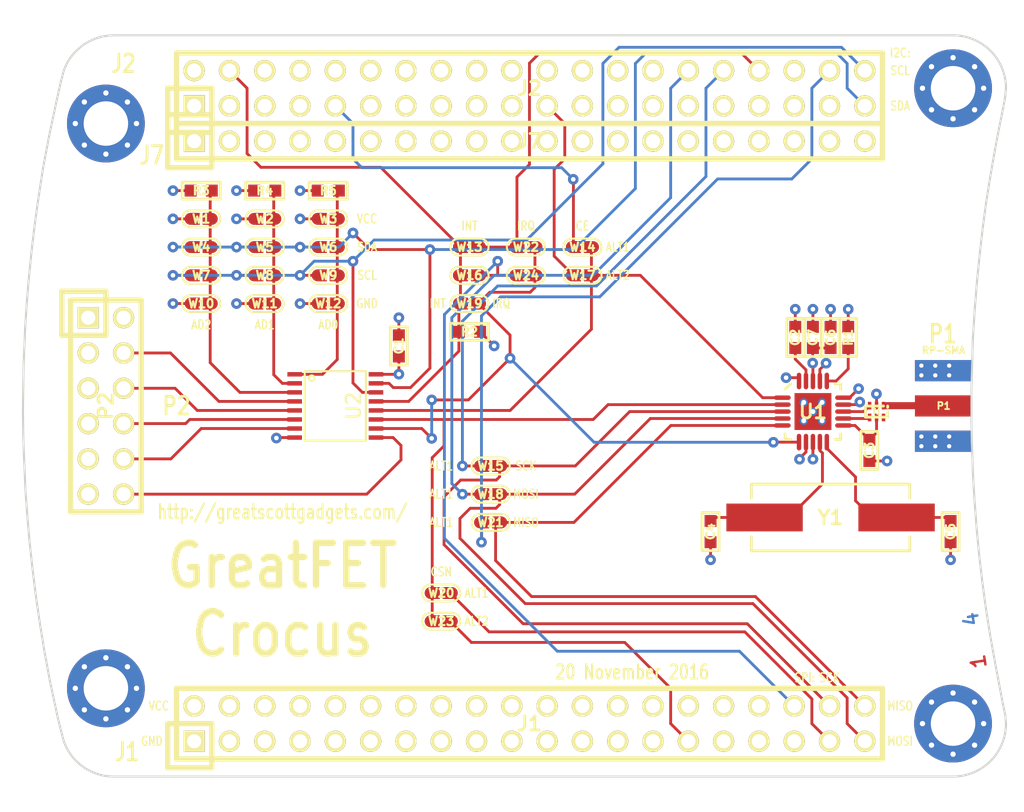
<source format=kicad_pcb>
(kicad_pcb (version 4) (host pcbnew 4.0.4-stable)
  (layers (0 C1F.Cu signal) (1 C2.Cu power) (2 C3.Cu power) (31 C4B.Cu signal) (34 B.Paste user) (35 F.Paste user) (36 B.SilkS user) (37 F.SilkS user) (38 B.Mask user) (39 F.Mask user) (44 Edge.Cuts user))
  (net 0 "")
  (net 1 GND)
  (net 2 VCC)
  (net 3 /DVDD)
  (net 4 /VDD_PA)
  (net 5 /XC2)
  (net 6 /XC1)
  (net 7 "Net-(J1-Pad3)")
  (net 8 "Net-(J1-Pad4)")
  (net 9 "Net-(J1-Pad5)")
  (net 10 "Net-(J1-Pad6)")
  (net 11 "Net-(J1-Pad7)")
  (net 12 "Net-(J1-Pad8)")
  (net 13 "Net-(J1-Pad9)")
  (net 14 "Net-(J1-Pad10)")
  (net 15 "Net-(J1-Pad11)")
  (net 16 "Net-(J1-Pad12)")
  (net 17 "Net-(J1-Pad13)")
  (net 18 "Net-(J1-Pad14)")
  (net 19 "Net-(J1-Pad15)")
  (net 20 "Net-(J1-Pad16)")
  (net 21 "Net-(J1-Pad17)")
  (net 22 "Net-(J1-Pad18)")
  (net 23 "Net-(J1-Pad19)")
  (net 24 "Net-(J1-Pad20)")
  (net 25 "Net-(J1-Pad21)")
  (net 26 "Net-(J1-Pad22)")
  (net 27 "Net-(J1-Pad23)")
  (net 28 "Net-(J1-Pad24)")
  (net 29 "Net-(J1-Pad25)")
  (net 30 "Net-(J1-Pad26)")
  (net 31 "Net-(J1-Pad27)")
  (net 32 "Net-(J1-Pad28)")
  (net 33 /CSN_ALT2)
  (net 34 "Net-(J1-Pad30)")
  (net 35 "Net-(J1-Pad31)")
  (net 36 "Net-(J1-Pad32)")
  (net 37 "Net-(J1-Pad33)")
  (net 38 "Net-(J1-Pad34)")
  (net 39 "Net-(J1-Pad35)")
  (net 40 /INT_ALT2)
  (net 41 /CSN_ALT1)
  (net 42 /SCK)
  (net 43 /MOSI)
  (net 44 /MISO)
  (net 45 "Net-(J2-Pad3)")
  (net 46 /INT)
  (net 47 "Net-(J2-Pad5)")
  (net 48 "Net-(J2-Pad6)")
  (net 49 "Net-(J2-Pad7)")
  (net 50 "Net-(J2-Pad8)")
  (net 51 /CE_ALT1)
  (net 52 "Net-(J2-Pad10)")
  (net 53 "Net-(J2-Pad11)")
  (net 54 "Net-(J2-Pad12)")
  (net 55 "Net-(J2-Pad13)")
  (net 56 "Net-(J2-Pad14)")
  (net 57 "Net-(J2-Pad15)")
  (net 58 "Net-(J2-Pad16)")
  (net 59 "Net-(J2-Pad17)")
  (net 60 "Net-(J2-Pad18)")
  (net 61 "Net-(J2-Pad19)")
  (net 62 "Net-(J2-Pad20)")
  (net 63 /CE_ALT2)
  (net 64 "Net-(J2-Pad22)")
  (net 65 "Net-(J2-Pad23)")
  (net 66 "Net-(J2-Pad24)")
  (net 67 "Net-(J2-Pad25)")
  (net 68 "Net-(J2-Pad26)")
  (net 69 "Net-(J2-Pad27)")
  (net 70 "Net-(J2-Pad28)")
  (net 71 "Net-(J2-Pad29)")
  (net 72 /MOSI_ALT1)
  (net 73 "Net-(J2-Pad31)")
  (net 74 /SCK_ALT1)
  (net 75 "Net-(J2-Pad33)")
  (net 76 /INT_ALT1)
  (net 77 "Net-(J2-Pad35)")
  (net 78 "Net-(J2-Pad36)")
  (net 79 "Net-(J2-Pad37)")
  (net 80 /MISO_ALT1)
  (net 81 /I2C0_SDA)
  (net 82 /I2C0_SCL)
  (net 83 "Net-(J7-Pad1)")
  (net 84 "Net-(J7-Pad2)")
  (net 85 "Net-(J7-Pad3)")
  (net 86 "Net-(J7-Pad4)")
  (net 87 "Net-(J7-Pad5)")
  (net 88 "Net-(J7-Pad6)")
  (net 89 "Net-(J7-Pad7)")
  (net 90 "Net-(J7-Pad8)")
  (net 91 "Net-(J7-Pad9)")
  (net 92 "Net-(J7-Pad10)")
  (net 93 "Net-(J7-Pad11)")
  (net 94 "Net-(J7-Pad12)")
  (net 95 "Net-(J7-Pad13)")
  (net 96 "Net-(J7-Pad14)")
  (net 97 "Net-(J7-Pad15)")
  (net 98 "Net-(J7-Pad16)")
  (net 99 "Net-(J7-Pad17)")
  (net 100 "Net-(J7-Pad18)")
  (net 101 "Net-(J7-Pad19)")
  (net 102 "Net-(J7-Pad20)")
  (net 103 /P0)
  (net 104 /P1)
  (net 105 /P2)
  (net 106 /P3)
  (net 107 /P4)
  (net 108 /IREF)
  (net 109 /CE)
  (net 110 /IRQ)
  (net 111 /CSN)
  (net 112 /RF)
  (net 113 /ANT2)
  (net 114 /ANT1)
  (net 115 /AD2)
  (net 116 /AD1)
  (net 117 /AD0)
  (net 118 "Net-(J2-Pad2)")
  (net 119 "Net-(J2-Pad1)")
  (module gsg-modules:HEADER-1x20 (layer C1F.Cu) (at 146.05 76.2)
    (fp_text reference J7 (at 0 0) (layer F.SilkS) (effects (font (size 1.016 1.016) (thickness 0.2032))))
    (fp_text value BONUS_ROW hide)
    (pad 1 thru_hole rect (at -24.13 0) (size 1.524 1.524) (drill 1.016) (layers *.Cu *.Mask F.SilkS) (net 83 "Net-(J7-Pad1)"))
    (pad 2 thru_hole circle (at -21.59 0) (size 1.524 1.524) (drill 1.016) (layers *.Cu *.Mask F.SilkS) (net 84 "Net-(J7-Pad2)"))
    (pad 3 thru_hole circle (at -19.05 0) (size 1.524 1.524) (drill 1.016) (layers *.Cu *.Mask F.SilkS) (net 85 "Net-(J7-Pad3)"))
    (pad 4 thru_hole circle (at -16.51 0) (size 1.524 1.524) (drill 1.016) (layers *.Cu *.Mask F.SilkS) (net 86 "Net-(J7-Pad4)"))
    (pad 5 thru_hole circle (at -13.97 0) (size 1.524 1.524) (drill 1.016) (layers *.Cu *.Mask F.SilkS) (net 87 "Net-(J7-Pad5)"))
    (pad 6 thru_hole circle (at -11.43 0) (size 1.524 1.524) (drill 1.016) (layers *.Cu *.Mask F.SilkS) (net 88 "Net-(J7-Pad6)"))
    (pad 7 thru_hole circle (at -8.89 0) (size 1.524 1.524) (drill 1.016) (layers *.Cu *.Mask F.SilkS) (net 89 "Net-(J7-Pad7)"))
    (pad 8 thru_hole circle (at -6.35 0) (size 1.524 1.524) (drill 1.016) (layers *.Cu *.Mask F.SilkS) (net 90 "Net-(J7-Pad8)"))
    (pad 9 thru_hole circle (at -3.81 0) (size 1.524 1.524) (drill 1.016) (layers *.Cu *.Mask F.SilkS) (net 91 "Net-(J7-Pad9)"))
    (pad 10 thru_hole circle (at -1.27 0) (size 1.524 1.524) (drill 1.016) (layers *.Cu *.Mask F.SilkS) (net 92 "Net-(J7-Pad10)"))
    (pad 11 thru_hole circle (at 1.27 0) (size 1.524 1.524) (drill 1.016) (layers *.Cu *.Mask F.SilkS) (net 93 "Net-(J7-Pad11)"))
    (pad 12 thru_hole circle (at 3.81 0) (size 1.524 1.524) (drill 1.016) (layers *.Cu *.Mask F.SilkS) (net 94 "Net-(J7-Pad12)"))
    (pad 13 thru_hole circle (at 6.35 0) (size 1.524 1.524) (drill 1.016) (layers *.Cu *.Mask F.SilkS) (net 95 "Net-(J7-Pad13)"))
    (pad 14 thru_hole circle (at 8.89 0) (size 1.524 1.524) (drill 1.016) (layers *.Cu *.Mask F.SilkS) (net 96 "Net-(J7-Pad14)"))
    (pad 15 thru_hole circle (at 11.43 0) (size 1.524 1.524) (drill 1.016) (layers *.Cu *.Mask F.SilkS) (net 97 "Net-(J7-Pad15)"))
    (pad 16 thru_hole circle (at 13.97 0) (size 1.524 1.524) (drill 1.016) (layers *.Cu *.Mask F.SilkS) (net 98 "Net-(J7-Pad16)"))
    (pad 17 thru_hole circle (at 16.51 0) (size 1.524 1.524) (drill 1.016) (layers *.Cu *.Mask F.SilkS) (net 99 "Net-(J7-Pad17)"))
    (pad 18 thru_hole circle (at 19.05 0) (size 1.524 1.524) (drill 1.016) (layers *.Cu *.Mask F.SilkS) (net 100 "Net-(J7-Pad18)"))
    (pad 19 thru_hole circle (at 21.59 0) (size 1.524 1.524) (drill 1.016) (layers *.Cu *.Mask F.SilkS) (net 101 "Net-(J7-Pad19)"))
    (pad 20 thru_hole circle (at 24.13 0) (size 1.524 1.524) (drill 1.016) (layers *.Cu *.Mask F.SilkS) (net 102 "Net-(J7-Pad20)"))
  )
  (module gsg-modules:HEADER-2x20 (layer C1F.Cu) (at 146.05 118.11)
    (fp_text reference J1 (at 0 0) (layer F.SilkS) (effects (font (size 1.016 1.016) (thickness 0.2032))))
    (fp_text value NEIGHBOR1 hide)
    (pad 1 thru_hole rect (at -24.13 1.27) (size 1.524 1.524) (drill 1.016) (layers *.Cu *.Mask F.SilkS) (net 1 GND))
    (pad 2 thru_hole circle (at -24.13 -1.27) (size 1.524 1.524) (drill 1.016) (layers *.Cu *.Mask F.SilkS) (net 2 VCC))
    (pad 3 thru_hole circle (at -21.59 1.27) (size 1.524 1.524) (drill 1.016) (layers *.Cu *.Mask F.SilkS) (net 7 "Net-(J1-Pad3)"))
    (pad 4 thru_hole circle (at -21.59 -1.27) (size 1.524 1.524) (drill 1.016) (layers *.Cu *.Mask F.SilkS) (net 8 "Net-(J1-Pad4)"))
    (pad 5 thru_hole circle (at -19.05 1.27) (size 1.524 1.524) (drill 1.016) (layers *.Cu *.Mask F.SilkS) (net 9 "Net-(J1-Pad5)"))
    (pad 6 thru_hole circle (at -19.05 -1.27) (size 1.524 1.524) (drill 1.016) (layers *.Cu *.Mask F.SilkS) (net 10 "Net-(J1-Pad6)"))
    (pad 7 thru_hole circle (at -16.51 1.27) (size 1.524 1.524) (drill 1.016) (layers *.Cu *.Mask F.SilkS) (net 11 "Net-(J1-Pad7)"))
    (pad 8 thru_hole circle (at -16.51 -1.27) (size 1.524 1.524) (drill 1.016) (layers *.Cu *.Mask F.SilkS) (net 12 "Net-(J1-Pad8)"))
    (pad 9 thru_hole circle (at -13.97 1.27) (size 1.524 1.524) (drill 1.016) (layers *.Cu *.Mask F.SilkS) (net 13 "Net-(J1-Pad9)"))
    (pad 10 thru_hole circle (at -13.97 -1.27) (size 1.524 1.524) (drill 1.016) (layers *.Cu *.Mask F.SilkS) (net 14 "Net-(J1-Pad10)"))
    (pad 11 thru_hole circle (at -11.43 1.27) (size 1.524 1.524) (drill 1.016) (layers *.Cu *.Mask F.SilkS) (net 15 "Net-(J1-Pad11)"))
    (pad 12 thru_hole circle (at -11.43 -1.27) (size 1.524 1.524) (drill 1.016) (layers *.Cu *.Mask F.SilkS) (net 16 "Net-(J1-Pad12)"))
    (pad 13 thru_hole circle (at -8.89 1.27) (size 1.524 1.524) (drill 1.016) (layers *.Cu *.Mask F.SilkS) (net 17 "Net-(J1-Pad13)"))
    (pad 14 thru_hole circle (at -8.89 -1.27) (size 1.524 1.524) (drill 1.016) (layers *.Cu *.Mask F.SilkS) (net 18 "Net-(J1-Pad14)"))
    (pad 15 thru_hole circle (at -6.35 1.27) (size 1.524 1.524) (drill 1.016) (layers *.Cu *.Mask F.SilkS) (net 19 "Net-(J1-Pad15)"))
    (pad 16 thru_hole circle (at -6.35 -1.27) (size 1.524 1.524) (drill 1.016) (layers *.Cu *.Mask F.SilkS) (net 20 "Net-(J1-Pad16)"))
    (pad 17 thru_hole circle (at -3.81 1.27) (size 1.524 1.524) (drill 1.016) (layers *.Cu *.Mask F.SilkS) (net 21 "Net-(J1-Pad17)"))
    (pad 18 thru_hole circle (at -3.81 -1.27) (size 1.524 1.524) (drill 1.016) (layers *.Cu *.Mask F.SilkS) (net 22 "Net-(J1-Pad18)"))
    (pad 19 thru_hole circle (at -1.27 1.27) (size 1.524 1.524) (drill 1.016) (layers *.Cu *.Mask F.SilkS) (net 23 "Net-(J1-Pad19)"))
    (pad 20 thru_hole circle (at -1.27 -1.27) (size 1.524 1.524) (drill 1.016) (layers *.Cu *.Mask F.SilkS) (net 24 "Net-(J1-Pad20)"))
    (pad 21 thru_hole circle (at 1.27 1.27) (size 1.524 1.524) (drill 1.016) (layers *.Cu *.Mask F.SilkS) (net 25 "Net-(J1-Pad21)"))
    (pad 22 thru_hole circle (at 1.27 -1.27) (size 1.524 1.524) (drill 1.016) (layers *.Cu *.Mask F.SilkS) (net 26 "Net-(J1-Pad22)"))
    (pad 23 thru_hole circle (at 3.81 1.27) (size 1.524 1.524) (drill 1.016) (layers *.Cu *.Mask F.SilkS) (net 27 "Net-(J1-Pad23)"))
    (pad 24 thru_hole circle (at 3.81 -1.27) (size 1.524 1.524) (drill 1.016) (layers *.Cu *.Mask F.SilkS) (net 28 "Net-(J1-Pad24)"))
    (pad 25 thru_hole circle (at 6.35 1.27) (size 1.524 1.524) (drill 1.016) (layers *.Cu *.Mask F.SilkS) (net 29 "Net-(J1-Pad25)"))
    (pad 26 thru_hole circle (at 6.35 -1.27) (size 1.524 1.524) (drill 1.016) (layers *.Cu *.Mask F.SilkS) (net 30 "Net-(J1-Pad26)"))
    (pad 27 thru_hole circle (at 8.89 1.27) (size 1.524 1.524) (drill 1.016) (layers *.Cu *.Mask F.SilkS) (net 31 "Net-(J1-Pad27)"))
    (pad 28 thru_hole circle (at 8.89 -1.27) (size 1.524 1.524) (drill 1.016) (layers *.Cu *.Mask F.SilkS) (net 32 "Net-(J1-Pad28)"))
    (pad 29 thru_hole circle (at 11.43 1.27) (size 1.524 1.524) (drill 1.016) (layers *.Cu *.Mask F.SilkS) (net 33 /CSN_ALT2))
    (pad 30 thru_hole circle (at 11.43 -1.27) (size 1.524 1.524) (drill 1.016) (layers *.Cu *.Mask F.SilkS) (net 34 "Net-(J1-Pad30)"))
    (pad 31 thru_hole circle (at 13.97 1.27) (size 1.524 1.524) (drill 1.016) (layers *.Cu *.Mask F.SilkS) (net 35 "Net-(J1-Pad31)"))
    (pad 32 thru_hole circle (at 13.97 -1.27) (size 1.524 1.524) (drill 1.016) (layers *.Cu *.Mask F.SilkS) (net 36 "Net-(J1-Pad32)"))
    (pad 33 thru_hole circle (at 16.51 1.27) (size 1.524 1.524) (drill 1.016) (layers *.Cu *.Mask F.SilkS) (net 37 "Net-(J1-Pad33)"))
    (pad 34 thru_hole circle (at 16.51 -1.27) (size 1.524 1.524) (drill 1.016) (layers *.Cu *.Mask F.SilkS) (net 38 "Net-(J1-Pad34)"))
    (pad 35 thru_hole circle (at 19.05 1.27) (size 1.524 1.524) (drill 1.016) (layers *.Cu *.Mask F.SilkS) (net 39 "Net-(J1-Pad35)"))
    (pad 36 thru_hole circle (at 19.05 -1.27) (size 1.524 1.524) (drill 1.016) (layers *.Cu *.Mask F.SilkS) (net 40 /INT_ALT2))
    (pad 37 thru_hole circle (at 21.59 1.27) (size 1.524 1.524) (drill 1.016) (layers *.Cu *.Mask F.SilkS) (net 41 /CSN_ALT1))
    (pad 38 thru_hole circle (at 21.59 -1.27) (size 1.524 1.524) (drill 1.016) (layers *.Cu *.Mask F.SilkS) (net 42 /SCK))
    (pad 39 thru_hole circle (at 24.13 1.27) (size 1.524 1.524) (drill 1.016) (layers *.Cu *.Mask F.SilkS) (net 43 /MOSI))
    (pad 40 thru_hole circle (at 24.13 -1.27) (size 1.524 1.524) (drill 1.016) (layers *.Cu *.Mask F.SilkS) (net 44 /MISO))
  )
  (module gsg-modules:HEADER-2x20 (layer C1F.Cu) (at 146.05 72.39)
    (fp_text reference J2 (at 0 0) (layer F.SilkS) (effects (font (size 1.016 1.016) (thickness 0.2032))))
    (fp_text value NEIGHBOR2 hide)
    (pad 1 thru_hole rect (at -24.13 1.27) (size 1.524 1.524) (drill 1.016) (layers *.Cu *.Mask F.SilkS) (net 119 "Net-(J2-Pad1)"))
    (pad 2 thru_hole circle (at -24.13 -1.27) (size 1.524 1.524) (drill 1.016) (layers *.Cu *.Mask F.SilkS) (net 118 "Net-(J2-Pad2)"))
    (pad 3 thru_hole circle (at -21.59 1.27) (size 1.524 1.524) (drill 1.016) (layers *.Cu *.Mask F.SilkS) (net 45 "Net-(J2-Pad3)"))
    (pad 4 thru_hole circle (at -21.59 -1.27) (size 1.524 1.524) (drill 1.016) (layers *.Cu *.Mask F.SilkS) (net 46 /INT))
    (pad 5 thru_hole circle (at -19.05 1.27) (size 1.524 1.524) (drill 1.016) (layers *.Cu *.Mask F.SilkS) (net 47 "Net-(J2-Pad5)"))
    (pad 6 thru_hole circle (at -19.05 -1.27) (size 1.524 1.524) (drill 1.016) (layers *.Cu *.Mask F.SilkS) (net 48 "Net-(J2-Pad6)"))
    (pad 7 thru_hole circle (at -16.51 1.27) (size 1.524 1.524) (drill 1.016) (layers *.Cu *.Mask F.SilkS) (net 49 "Net-(J2-Pad7)"))
    (pad 8 thru_hole circle (at -16.51 -1.27) (size 1.524 1.524) (drill 1.016) (layers *.Cu *.Mask F.SilkS) (net 50 "Net-(J2-Pad8)"))
    (pad 9 thru_hole circle (at -13.97 1.27) (size 1.524 1.524) (drill 1.016) (layers *.Cu *.Mask F.SilkS) (net 51 /CE_ALT1))
    (pad 10 thru_hole circle (at -13.97 -1.27) (size 1.524 1.524) (drill 1.016) (layers *.Cu *.Mask F.SilkS) (net 52 "Net-(J2-Pad10)"))
    (pad 11 thru_hole circle (at -11.43 1.27) (size 1.524 1.524) (drill 1.016) (layers *.Cu *.Mask F.SilkS) (net 53 "Net-(J2-Pad11)"))
    (pad 12 thru_hole circle (at -11.43 -1.27) (size 1.524 1.524) (drill 1.016) (layers *.Cu *.Mask F.SilkS) (net 54 "Net-(J2-Pad12)"))
    (pad 13 thru_hole circle (at -8.89 1.27) (size 1.524 1.524) (drill 1.016) (layers *.Cu *.Mask F.SilkS) (net 55 "Net-(J2-Pad13)"))
    (pad 14 thru_hole circle (at -8.89 -1.27) (size 1.524 1.524) (drill 1.016) (layers *.Cu *.Mask F.SilkS) (net 56 "Net-(J2-Pad14)"))
    (pad 15 thru_hole circle (at -6.35 1.27) (size 1.524 1.524) (drill 1.016) (layers *.Cu *.Mask F.SilkS) (net 57 "Net-(J2-Pad15)"))
    (pad 16 thru_hole circle (at -6.35 -1.27) (size 1.524 1.524) (drill 1.016) (layers *.Cu *.Mask F.SilkS) (net 58 "Net-(J2-Pad16)"))
    (pad 17 thru_hole circle (at -3.81 1.27) (size 1.524 1.524) (drill 1.016) (layers *.Cu *.Mask F.SilkS) (net 59 "Net-(J2-Pad17)"))
    (pad 18 thru_hole circle (at -3.81 -1.27) (size 1.524 1.524) (drill 1.016) (layers *.Cu *.Mask F.SilkS) (net 60 "Net-(J2-Pad18)"))
    (pad 19 thru_hole circle (at -1.27 1.27) (size 1.524 1.524) (drill 1.016) (layers *.Cu *.Mask F.SilkS) (net 61 "Net-(J2-Pad19)"))
    (pad 20 thru_hole circle (at -1.27 -1.27) (size 1.524 1.524) (drill 1.016) (layers *.Cu *.Mask F.SilkS) (net 62 "Net-(J2-Pad20)"))
    (pad 21 thru_hole circle (at 1.27 1.27) (size 1.524 1.524) (drill 1.016) (layers *.Cu *.Mask F.SilkS) (net 63 /CE_ALT2))
    (pad 22 thru_hole circle (at 1.27 -1.27) (size 1.524 1.524) (drill 1.016) (layers *.Cu *.Mask F.SilkS) (net 64 "Net-(J2-Pad22)"))
    (pad 23 thru_hole circle (at 3.81 1.27) (size 1.524 1.524) (drill 1.016) (layers *.Cu *.Mask F.SilkS) (net 65 "Net-(J2-Pad23)"))
    (pad 24 thru_hole circle (at 3.81 -1.27) (size 1.524 1.524) (drill 1.016) (layers *.Cu *.Mask F.SilkS) (net 66 "Net-(J2-Pad24)"))
    (pad 25 thru_hole circle (at 6.35 1.27) (size 1.524 1.524) (drill 1.016) (layers *.Cu *.Mask F.SilkS) (net 67 "Net-(J2-Pad25)"))
    (pad 26 thru_hole circle (at 6.35 -1.27) (size 1.524 1.524) (drill 1.016) (layers *.Cu *.Mask F.SilkS) (net 68 "Net-(J2-Pad26)"))
    (pad 27 thru_hole circle (at 8.89 1.27) (size 1.524 1.524) (drill 1.016) (layers *.Cu *.Mask F.SilkS) (net 69 "Net-(J2-Pad27)"))
    (pad 28 thru_hole circle (at 8.89 -1.27) (size 1.524 1.524) (drill 1.016) (layers *.Cu *.Mask F.SilkS) (net 70 "Net-(J2-Pad28)"))
    (pad 29 thru_hole circle (at 11.43 1.27) (size 1.524 1.524) (drill 1.016) (layers *.Cu *.Mask F.SilkS) (net 71 "Net-(J2-Pad29)"))
    (pad 30 thru_hole circle (at 11.43 -1.27) (size 1.524 1.524) (drill 1.016) (layers *.Cu *.Mask F.SilkS) (net 72 /MOSI_ALT1))
    (pad 31 thru_hole circle (at 13.97 1.27) (size 1.524 1.524) (drill 1.016) (layers *.Cu *.Mask F.SilkS) (net 73 "Net-(J2-Pad31)"))
    (pad 32 thru_hole circle (at 13.97 -1.27) (size 1.524 1.524) (drill 1.016) (layers *.Cu *.Mask F.SilkS) (net 74 /SCK_ALT1))
    (pad 33 thru_hole circle (at 16.51 1.27) (size 1.524 1.524) (drill 1.016) (layers *.Cu *.Mask F.SilkS) (net 75 "Net-(J2-Pad33)"))
    (pad 34 thru_hole circle (at 16.51 -1.27) (size 1.524 1.524) (drill 1.016) (layers *.Cu *.Mask F.SilkS) (net 76 /INT_ALT1))
    (pad 35 thru_hole circle (at 19.05 1.27) (size 1.524 1.524) (drill 1.016) (layers *.Cu *.Mask F.SilkS) (net 77 "Net-(J2-Pad35)"))
    (pad 36 thru_hole circle (at 19.05 -1.27) (size 1.524 1.524) (drill 1.016) (layers *.Cu *.Mask F.SilkS) (net 78 "Net-(J2-Pad36)"))
    (pad 37 thru_hole circle (at 21.59 1.27) (size 1.524 1.524) (drill 1.016) (layers *.Cu *.Mask F.SilkS) (net 79 "Net-(J2-Pad37)"))
    (pad 38 thru_hole circle (at 21.59 -1.27) (size 1.524 1.524) (drill 1.016) (layers *.Cu *.Mask F.SilkS) (net 80 /MISO_ALT1))
    (pad 39 thru_hole circle (at 24.13 1.27) (size 1.524 1.524) (drill 1.016) (layers *.Cu *.Mask F.SilkS) (net 81 /I2C0_SDA))
    (pad 40 thru_hole circle (at 24.13 -1.27) (size 1.524 1.524) (drill 1.016) (layers *.Cu *.Mask F.SilkS) (net 82 /I2C0_SCL))
  )
  (module gsg-modules:HOLE126MIL-COPPER (layer C1F.Cu) (at 115.57 74.93)
    (fp_text reference MH1 hide)
    (fp_text value MOUNTING_HOLE hide)
    (pad 1 thru_hole circle (at 0 0) (size 5.6 5.6) (drill 3.2004) (layers *.Cu *.Mask) (net 1 GND))
    (pad 1 thru_hole circle (at 0 -2.2) (size 0.6 0.6) (drill 0.381) (layers *.Cu *.Mask) (net 1 GND))
    (pad 1 thru_hole circle (at -2.2 0) (size 0.6 0.6) (drill 0.381) (layers *.Cu *.Mask) (net 1 GND))
    (pad 1 thru_hole circle (at 0 2.2) (size 0.6 0.6) (drill 0.381) (layers *.Cu *.Mask) (net 1 GND))
    (pad 1 thru_hole circle (at 2.2 0) (size 0.6 0.6) (drill 0.381) (layers *.Cu *.Mask) (net 1 GND))
    (pad 1 thru_hole circle (at 1.55 -1.55) (size 0.6 0.6) (drill 0.381) (layers *.Cu *.Mask) (net 1 GND))
    (pad 1 thru_hole circle (at -1.55 -1.55) (size 0.6 0.6) (drill 0.381) (layers *.Cu *.Mask) (net 1 GND))
    (pad 1 thru_hole circle (at -1.55 1.55) (size 0.6 0.6) (drill 0.381) (layers *.Cu *.Mask) (net 1 GND))
    (pad 1 thru_hole circle (at 1.55 1.55) (size 0.6 0.6) (drill 0.381) (layers *.Cu *.Mask) (net 1 GND))
  )
  (module gsg-modules:HOLE126MIL-COPPER (layer C1F.Cu) (at 115.57 115.57)
    (fp_text reference MH2 hide)
    (fp_text value MOUNTING_HOLE hide)
    (pad 1 thru_hole circle (at 0 0) (size 5.6 5.6) (drill 3.2004) (layers *.Cu *.Mask) (net 1 GND))
    (pad 1 thru_hole circle (at 0 -2.2) (size 0.6 0.6) (drill 0.381) (layers *.Cu *.Mask) (net 1 GND))
    (pad 1 thru_hole circle (at -2.2 0) (size 0.6 0.6) (drill 0.381) (layers *.Cu *.Mask) (net 1 GND))
    (pad 1 thru_hole circle (at 0 2.2) (size 0.6 0.6) (drill 0.381) (layers *.Cu *.Mask) (net 1 GND))
    (pad 1 thru_hole circle (at 2.2 0) (size 0.6 0.6) (drill 0.381) (layers *.Cu *.Mask) (net 1 GND))
    (pad 1 thru_hole circle (at 1.55 -1.55) (size 0.6 0.6) (drill 0.381) (layers *.Cu *.Mask) (net 1 GND))
    (pad 1 thru_hole circle (at -1.55 -1.55) (size 0.6 0.6) (drill 0.381) (layers *.Cu *.Mask) (net 1 GND))
    (pad 1 thru_hole circle (at -1.55 1.55) (size 0.6 0.6) (drill 0.381) (layers *.Cu *.Mask) (net 1 GND))
    (pad 1 thru_hole circle (at 1.55 1.55) (size 0.6 0.6) (drill 0.381) (layers *.Cu *.Mask) (net 1 GND))
  )
  (module gsg-modules:HOLE126MIL-COPPER (layer C1F.Cu) (at 176.53 118.11)
    (fp_text reference MH3 hide)
    (fp_text value MOUNTING_HOLE hide)
    (pad 1 thru_hole circle (at 0 0) (size 5.6 5.6) (drill 3.2004) (layers *.Cu *.Mask) (net 1 GND))
    (pad 1 thru_hole circle (at 0 -2.2) (size 0.6 0.6) (drill 0.381) (layers *.Cu *.Mask) (net 1 GND))
    (pad 1 thru_hole circle (at -2.2 0) (size 0.6 0.6) (drill 0.381) (layers *.Cu *.Mask) (net 1 GND))
    (pad 1 thru_hole circle (at 0 2.2) (size 0.6 0.6) (drill 0.381) (layers *.Cu *.Mask) (net 1 GND))
    (pad 1 thru_hole circle (at 2.2 0) (size 0.6 0.6) (drill 0.381) (layers *.Cu *.Mask) (net 1 GND))
    (pad 1 thru_hole circle (at 1.55 -1.55) (size 0.6 0.6) (drill 0.381) (layers *.Cu *.Mask) (net 1 GND))
    (pad 1 thru_hole circle (at -1.55 -1.55) (size 0.6 0.6) (drill 0.381) (layers *.Cu *.Mask) (net 1 GND))
    (pad 1 thru_hole circle (at -1.55 1.55) (size 0.6 0.6) (drill 0.381) (layers *.Cu *.Mask) (net 1 GND))
    (pad 1 thru_hole circle (at 1.55 1.55) (size 0.6 0.6) (drill 0.381) (layers *.Cu *.Mask) (net 1 GND))
  )
  (module gsg-modules:HOLE126MIL-COPPER (layer C1F.Cu) (at 176.53 72.39)
    (fp_text reference MH4 hide)
    (fp_text value MOUNTING_HOLE hide)
    (pad 1 thru_hole circle (at 0 0) (size 5.6 5.6) (drill 3.2004) (layers *.Cu *.Mask) (net 1 GND))
    (pad 1 thru_hole circle (at 0 -2.2) (size 0.6 0.6) (drill 0.381) (layers *.Cu *.Mask) (net 1 GND))
    (pad 1 thru_hole circle (at -2.2 0) (size 0.6 0.6) (drill 0.381) (layers *.Cu *.Mask) (net 1 GND))
    (pad 1 thru_hole circle (at 0 2.2) (size 0.6 0.6) (drill 0.381) (layers *.Cu *.Mask) (net 1 GND))
    (pad 1 thru_hole circle (at 2.2 0) (size 0.6 0.6) (drill 0.381) (layers *.Cu *.Mask) (net 1 GND))
    (pad 1 thru_hole circle (at 1.55 -1.55) (size 0.6 0.6) (drill 0.381) (layers *.Cu *.Mask) (net 1 GND))
    (pad 1 thru_hole circle (at -1.55 -1.55) (size 0.6 0.6) (drill 0.381) (layers *.Cu *.Mask) (net 1 GND))
    (pad 1 thru_hole circle (at -1.55 1.55) (size 0.6 0.6) (drill 0.381) (layers *.Cu *.Mask) (net 1 GND))
    (pad 1 thru_hole circle (at 1.55 1.55) (size 0.6 0.6) (drill 0.381) (layers *.Cu *.Mask) (net 1 GND))
  )
  (module gsg-modules:0603 (layer C1F.Cu) (at 136.652 90.932 90)
    (fp_text reference C1 (at 0 0 90) (layer F.SilkS) (effects (font (size 0.6096 0.6096) (thickness 0.1524))))
    (fp_text value 33nF hide)
    (pad 2 smd rect (at 0.762 0 90) (size 0.8636 0.8636) (layers C1F.Cu F.Paste F.Mask) (net 1 GND) (clearance 0.1778))
    (pad 1 smd rect (at -0.762 0 90) (size 0.8636 0.8636) (layers C1F.Cu F.Paste F.Mask) (net 2 VCC) (clearance 0.1778))
  )
  (module gsg-modules:0603 (layer C1F.Cu) (at 165.1762 90.3224 90)
    (fp_text reference C2 (at 0 0 90) (layer F.SilkS) (effects (font (size 0.6096 0.6096) (thickness 0.1524))))
    (fp_text value 33nF hide)
    (pad 2 smd rect (at 0.762 0 90) (size 0.8636 0.8636) (layers C1F.Cu F.Paste F.Mask) (net 1 GND) (clearance 0.1778))
    (pad 1 smd rect (at -0.762 0 90) (size 0.8636 0.8636) (layers C1F.Cu F.Paste F.Mask) (net 3 /DVDD) (clearance 0.1778))
  )
  (module gsg-modules:0603 (layer C1F.Cu) (at 170.5102 98.4504 270)
    (fp_text reference C3 (at 0 0 270) (layer F.SilkS) (effects (font (size 0.6096 0.6096) (thickness 0.1524))))
    (fp_text value 2.2nF hide)
    (pad 2 smd rect (at 0.762 0 270) (size 0.8636 0.8636) (layers C1F.Cu F.Paste F.Mask) (net 1 GND) (clearance 0.1778))
    (pad 1 smd rect (at -0.762 0 270) (size 0.8636 0.8636) (layers C1F.Cu F.Paste F.Mask) (net 4 /VDD_PA) (clearance 0.1778))
  )
  (module gsg-modules:0603 (layer C1F.Cu) (at 159.0802 104.2924 270)
    (fp_text reference C4 (at 0 0 270) (layer F.SilkS) (effects (font (size 0.6096 0.6096) (thickness 0.1524))))
    (fp_text value 18pF hide)
    (pad 2 smd rect (at 0.762 0 270) (size 0.8636 0.8636) (layers C1F.Cu F.Paste F.Mask) (net 1 GND) (clearance 0.1778))
    (pad 1 smd rect (at -0.762 0 270) (size 0.8636 0.8636) (layers C1F.Cu F.Paste F.Mask) (net 5 /XC2) (clearance 0.1778))
  )
  (module gsg-modules:0603 (layer C1F.Cu) (at 176.3522 104.2924 270)
    (fp_text reference C5 (at 0 0 270) (layer F.SilkS) (effects (font (size 0.6096 0.6096) (thickness 0.1524))))
    (fp_text value 18pF hide)
    (pad 2 smd rect (at 0.762 0 270) (size 0.8636 0.8636) (layers C1F.Cu F.Paste F.Mask) (net 1 GND) (clearance 0.1778))
    (pad 1 smd rect (at -0.762 0 270) (size 0.8636 0.8636) (layers C1F.Cu F.Paste F.Mask) (net 6 /XC1) (clearance 0.1778))
  )
  (module gsg-modules:0603 (layer C1F.Cu) (at 167.7162 90.3224 90)
    (fp_text reference C6 (at 0 0 90) (layer F.SilkS) (effects (font (size 0.6096 0.6096) (thickness 0.1524))))
    (fp_text value 10nF hide)
    (pad 2 smd rect (at 0.762 0 90) (size 0.8636 0.8636) (layers C1F.Cu F.Paste F.Mask) (net 1 GND) (clearance 0.1778))
    (pad 1 smd rect (at -0.762 0 90) (size 0.8636 0.8636) (layers C1F.Cu F.Paste F.Mask) (net 2 VCC) (clearance 0.1778))
  )
  (module gsg-modules:0603 (layer C1F.Cu) (at 166.4462 90.3224 90)
    (fp_text reference C7 (at 0 0 90) (layer F.SilkS) (effects (font (size 0.6096 0.6096) (thickness 0.1524))))
    (fp_text value 1nF hide)
    (pad 2 smd rect (at 0.762 0 90) (size 0.8636 0.8636) (layers C1F.Cu F.Paste F.Mask) (net 1 GND) (clearance 0.1778))
    (pad 1 smd rect (at -0.762 0 90) (size 0.8636 0.8636) (layers C1F.Cu F.Paste F.Mask) (net 2 VCC) (clearance 0.1778))
  )
  (module gsg-modules:HEADER-2x6 (layer C1F.Cu) (at 115.57 95.25 270)
    (fp_text reference P2 (at 0 0 270) (layer F.SilkS) (effects (font (size 1.016 1.016) (thickness 0.2032))))
    (fp_text value EXPANSION hide)
    (pad 1 thru_hole rect (at -6.35 1.27 270) (size 1.524 1.524) (drill 1.016) (layers *.Cu *.Mask F.SilkS) (net 1 GND))
    (pad 2 thru_hole circle (at -6.35 -1.27 270) (size 1.524 1.524) (drill 1.016) (layers *.Cu *.Mask F.SilkS) (net 2 VCC))
    (pad 3 thru_hole circle (at -3.81 1.27 270) (size 1.524 1.524) (drill 1.016) (layers *.Cu *.Mask F.SilkS) (net 1 GND))
    (pad 4 thru_hole circle (at -3.81 -1.27 270) (size 1.524 1.524) (drill 1.016) (layers *.Cu *.Mask F.SilkS) (net 103 /P0))
    (pad 5 thru_hole circle (at -1.27 1.27 270) (size 1.524 1.524) (drill 1.016) (layers *.Cu *.Mask F.SilkS) (net 1 GND))
    (pad 6 thru_hole circle (at -1.27 -1.27 270) (size 1.524 1.524) (drill 1.016) (layers *.Cu *.Mask F.SilkS) (net 104 /P1))
    (pad 7 thru_hole circle (at 1.27 1.27 270) (size 1.524 1.524) (drill 1.016) (layers *.Cu *.Mask F.SilkS) (net 1 GND))
    (pad 8 thru_hole circle (at 1.27 -1.27 270) (size 1.524 1.524) (drill 1.016) (layers *.Cu *.Mask F.SilkS) (net 105 /P2))
    (pad 9 thru_hole circle (at 3.81 1.27 270) (size 1.524 1.524) (drill 1.016) (layers *.Cu *.Mask F.SilkS) (net 1 GND))
    (pad 10 thru_hole circle (at 3.81 -1.27 270) (size 1.524 1.524) (drill 1.016) (layers *.Cu *.Mask F.SilkS) (net 106 /P3))
    (pad 11 thru_hole circle (at 6.35 1.27 270) (size 1.524 1.524) (drill 1.016) (layers *.Cu *.Mask F.SilkS) (net 1 GND))
    (pad 12 thru_hole circle (at 6.35 -1.27 270) (size 1.524 1.524) (drill 1.016) (layers *.Cu *.Mask F.SilkS) (net 107 /P4))
  )
  (module gsg-modules:0603 (layer C1F.Cu) (at 168.9862 90.3224 270)
    (fp_text reference R1 (at 0 0 270) (layer F.SilkS) (effects (font (size 0.6096 0.6096) (thickness 0.1524))))
    (fp_text value 22.0k hide)
    (pad 2 smd rect (at 0.762 0 270) (size 0.8636 0.8636) (layers C1F.Cu F.Paste F.Mask) (net 108 /IREF) (clearance 0.1778))
    (pad 1 smd rect (at -0.762 0 270) (size 0.8636 0.8636) (layers C1F.Cu F.Paste F.Mask) (net 1 GND) (clearance 0.1778))
  )
  (module gsg-modules:0603 (layer C1F.Cu) (at 141.732 89.916 180)
    (fp_text reference R2 (at 0 0 180) (layer F.SilkS) (effects (font (size 0.6096 0.6096) (thickness 0.1524))))
    (fp_text value 10k hide)
    (pad 2 smd rect (at 0.762 0 180) (size 0.8636 0.8636) (layers C1F.Cu F.Paste F.Mask) (net 46 /INT) (clearance 0.1778))
    (pad 1 smd rect (at -0.762 0 180) (size 0.8636 0.8636) (layers C1F.Cu F.Paste F.Mask) (net 2 VCC) (clearance 0.1778))
  )
  (module gsg-modules:0603 (layer C1F.Cu) (at 122.428 79.756 180)
    (fp_text reference R3 (at 0 0 180) (layer F.SilkS) (effects (font (size 0.6096 0.6096) (thickness 0.1524))))
    (fp_text value 10k hide)
    (pad 2 smd rect (at 0.762 0 180) (size 0.8636 0.8636) (layers C1F.Cu F.Paste F.Mask) (net 1 GND) (clearance 0.1778))
    (pad 1 smd rect (at -0.762 0 180) (size 0.8636 0.8636) (layers C1F.Cu F.Paste F.Mask) (net 115 /AD2) (clearance 0.1778))
  )
  (module gsg-modules:0603 (layer C1F.Cu) (at 127 79.756 180)
    (fp_text reference R4 (at 0 0 180) (layer F.SilkS) (effects (font (size 0.6096 0.6096) (thickness 0.1524))))
    (fp_text value 10k hide)
    (pad 2 smd rect (at 0.762 0 180) (size 0.8636 0.8636) (layers C1F.Cu F.Paste F.Mask) (net 1 GND) (clearance 0.1778))
    (pad 1 smd rect (at -0.762 0 180) (size 0.8636 0.8636) (layers C1F.Cu F.Paste F.Mask) (net 116 /AD1) (clearance 0.1778))
  )
  (module gsg-modules:0603 (layer C1F.Cu) (at 131.572 79.756 180)
    (fp_text reference R5 (at 0 0 180) (layer F.SilkS) (effects (font (size 0.6096 0.6096) (thickness 0.1524))))
    (fp_text value 10k hide)
    (pad 2 smd rect (at 0.762 0 180) (size 0.8636 0.8636) (layers C1F.Cu F.Paste F.Mask) (net 1 GND) (clearance 0.1778))
    (pad 1 smd rect (at -0.762 0 180) (size 0.8636 0.8636) (layers C1F.Cu F.Paste F.Mask) (net 117 /AD0) (clearance 0.1778))
  )
  (module gsg-modules:2500BL14M100 (layer C1F.Cu) (at 171.0262 95.6564 180)
    (fp_text reference T1 (at 0 0 180) (layer F.SilkS) (effects (font (size 0.381 0.381) (thickness 0.09525))))
    (fp_text value BALUN hide)
    (pad 1 smd rect (at -0.5 0.425 180) (size 0.25 0.55) (layers C1F.Cu F.Paste F.Mask) (net 112 /RF))
    (pad 2 smd rect (at 0 0.425 180) (size 0.25 0.55) (layers C1F.Cu F.Paste F.Mask) (net 1 GND))
    (pad 3 smd rect (at 0.5 0.425 180) (size 0.25 0.55) (layers C1F.Cu F.Paste F.Mask) (net 113 /ANT2))
    (pad 4 smd rect (at 0.5 -0.425 180) (size 0.25 0.55) (layers C1F.Cu F.Paste F.Mask) (net 114 /ANT1))
    (pad 5 smd rect (at 0 -0.425 180) (size 0.25 0.55) (layers C1F.Cu F.Paste F.Mask) (net 4 /VDD_PA))
    (pad 6 smd rect (at -0.5 -0.425 180) (size 0.25 0.55) (layers C1F.Cu F.Paste F.Mask))
  )
  (module gsg-modules:QFN20-4 (layer C1F.Cu) (at 166.4462 95.6564)
    (fp_text reference U1 (at 0 0) (layer F.SilkS) (effects (font (size 1.00076 1.00076) (thickness 0.2032))))
    (fp_text value nRF24L01+ hide)
    (pad 1 smd oval (at -2.2 -1) (size 1.2 0.32) (layers C1F.Cu F.Paste F.Mask) (net 109 /CE))
    (pad 2 smd oval (at -2.2 -0.5) (size 1.2 0.32) (layers C1F.Cu F.Paste F.Mask) (net 111 /CSN))
    (pad 3 smd oval (at -2.2 0) (size 1.2 0.32) (layers C1F.Cu F.Paste F.Mask) (net 42 /SCK))
    (pad 4 smd oval (at -2.2 0.5) (size 1.2 0.32) (layers C1F.Cu F.Paste F.Mask) (net 43 /MOSI))
    (pad 5 smd oval (at -2.2 1) (size 1.2 0.32) (layers C1F.Cu F.Paste F.Mask) (net 44 /MISO))
    (pad 6 smd oval (at -1 2.2 90) (size 1.2 0.32) (layers C1F.Cu F.Paste F.Mask) (net 110 /IRQ))
    (pad 7 smd oval (at -0.5 2.2 90) (size 1.2 0.32) (layers C1F.Cu F.Paste F.Mask) (net 2 VCC))
    (pad 8 smd oval (at 0 2.2 90) (size 1.2 0.32) (layers C1F.Cu F.Paste F.Mask) (net 1 GND))
    (pad 9 smd oval (at 0.5 2.2 90) (size 1.2 0.32) (layers C1F.Cu F.Paste F.Mask) (net 5 /XC2))
    (pad 10 smd oval (at 1 2.2 90) (size 1.2 0.32) (layers C1F.Cu F.Paste F.Mask) (net 6 /XC1))
    (pad 11 smd oval (at 2.2 1) (size 1.2 0.32) (layers C1F.Cu F.Paste F.Mask) (net 4 /VDD_PA))
    (pad 12 smd oval (at 2.2 0.5) (size 1.2 0.32) (layers C1F.Cu F.Paste F.Mask) (net 114 /ANT1))
    (pad 13 smd oval (at 2.2 0) (size 1.2 0.32) (layers C1F.Cu F.Paste F.Mask) (net 113 /ANT2))
    (pad 14 smd oval (at 2.2 -0.5) (size 1.2 0.32) (layers C1F.Cu F.Paste F.Mask) (net 1 GND))
    (pad 15 smd oval (at 2.2 -1) (size 1.2 0.32) (layers C1F.Cu F.Paste F.Mask) (net 2 VCC))
    (pad 16 smd oval (at 1 -2.2 90) (size 1.2 0.32) (layers C1F.Cu F.Paste F.Mask) (net 108 /IREF))
    (pad 17 smd oval (at 0.5 -2.2 90) (size 1.2 0.32) (layers C1F.Cu F.Paste F.Mask) (net 1 GND))
    (pad 18 smd oval (at 0 -2.2 90) (size 1.2 0.32) (layers C1F.Cu F.Paste F.Mask) (net 2 VCC))
    (pad 19 smd oval (at -0.5 -2.2 90) (size 1.2 0.32) (layers C1F.Cu F.Paste F.Mask) (net 3 /DVDD))
    (pad 20 smd oval (at -1 -2.2 90) (size 1.2 0.32) (layers C1F.Cu F.Paste F.Mask) (net 1 GND))
    (pad 0 smd rect (at 0 0) (size 2.65 2.65) (layers C1F.Cu F.Mask))
    (pad 0 thru_hole circle (at 0 0) (size 0.6 0.6) (drill 0.35) (layers *.Cu))
    (pad 0 thru_hole circle (at -0.66 -0.66) (size 0.6 0.6) (drill 0.35) (layers *.Cu))
    (pad 0 thru_hole circle (at 0.66 -0.66) (size 0.6 0.6) (drill 0.35) (layers *.Cu))
    (pad 0 thru_hole circle (at 0.66 0.66) (size 0.6 0.6) (drill 0.35) (layers *.Cu))
    (pad 0 thru_hole circle (at -0.66 0.66) (size 0.6 0.6) (drill 0.35) (layers *.Cu))
    (pad 0 smd rect (at -0.66 -0.66) (size 1.32 1.32) (layers C1F.Cu F.Paste))
    (pad 0 smd rect (at 0.66 -0.66) (size 1.32 1.32) (layers C1F.Cu F.Paste))
    (pad 0 smd rect (at -0.66 0.66) (size 1.32 1.32) (layers C1F.Cu F.Paste))
    (pad 0 smd rect (at 0.66 0.66) (size 1.32 1.32) (layers C1F.Cu F.Paste))
  )
  (module gsg-modules:HC-49S (layer C1F.Cu) (at 167.7162 103.2764)
    (fp_text reference Y1 (at 0 0) (layer F.SilkS) (effects (font (size 1.00076 1.00076) (thickness 0.2032))))
    (fp_text value XTAL hide)
    (pad 1 smd rect (at -4.7498 0) (size 5.4991 1.99898) (layers C1F.Cu F.Paste F.Mask) (net 5 /XC2) (clearance 0.1778))
    (pad 2 smd rect (at 4.7498 0) (size 5.4991 1.99898) (layers C1F.Cu F.Paste F.Mask) (net 6 /XC1) (clearance 0.1778))
  )
  (module gsg-modules:0603-JUMPER (layer C1F.Cu) (at 127 83.82)
    (fp_text reference W5 (at 0 0) (layer F.SilkS) (effects (font (size 0.6096 0.6096) (thickness 0.1524))))
    (fp_text value TEST hide)
    (pad 1 smd oval (at -0.6477 0) (size 1.0922 0.8636) (layers C1F.Cu F.Mask) (net 81 /I2C0_SDA) (clearance 0.1778))
    (pad 2 smd rect (at 0.3556 0) (size 0.508 0.8636) (layers C1F.Cu F.Mask) (net 116 /AD1) (clearance 0.1778))
    (pad 1 smd rect (at -0.3556 0) (size 0.508 0.8636) (layers C1F.Cu F.Mask) (net 81 /I2C0_SDA) (clearance 0.1778))
    (pad 2 smd oval (at 0.6477 0) (size 1.0922 0.8636) (layers C1F.Cu F.Mask) (net 116 /AD1))
  )
  (module gsg-modules:0603-JUMPER (layer C1F.Cu) (at 149.86 83.82)
    (fp_text reference W14 (at 0 0) (layer F.SilkS) (effects (font (size 0.6096 0.6096) (thickness 0.1524))))
    (fp_text value TEST hide)
    (pad 1 smd oval (at -0.6477 0) (size 1.0922 0.8636) (layers C1F.Cu F.Mask) (net 51 /CE_ALT1) (clearance 0.1778))
    (pad 2 smd rect (at 0.3556 0) (size 0.508 0.8636) (layers C1F.Cu F.Mask) (net 109 /CE) (clearance 0.1778))
    (pad 1 smd rect (at -0.3556 0) (size 0.508 0.8636) (layers C1F.Cu F.Mask) (net 51 /CE_ALT1) (clearance 0.1778))
    (pad 2 smd oval (at 0.6477 0) (size 1.0922 0.8636) (layers C1F.Cu F.Mask) (net 109 /CE))
  )
  (module gsg-modules:0603-JUMPER (layer C1F.Cu) (at 122.428 85.852)
    (fp_text reference W7 (at 0 0) (layer F.SilkS) (effects (font (size 0.6096 0.6096) (thickness 0.1524))))
    (fp_text value TEST hide)
    (pad 1 smd oval (at -0.6477 0) (size 1.0922 0.8636) (layers C1F.Cu F.Mask) (net 82 /I2C0_SCL) (clearance 0.1778))
    (pad 2 smd rect (at 0.3556 0) (size 0.508 0.8636) (layers C1F.Cu F.Mask) (net 115 /AD2) (clearance 0.1778))
    (pad 1 smd rect (at -0.3556 0) (size 0.508 0.8636) (layers C1F.Cu F.Mask) (net 82 /I2C0_SCL) (clearance 0.1778))
    (pad 2 smd oval (at 0.6477 0) (size 1.0922 0.8636) (layers C1F.Cu F.Mask) (net 115 /AD2))
  )
  (module gsg-modules:0603-JUMPER (layer C1F.Cu) (at 143.256 99.568)
    (fp_text reference W15 (at 0 0) (layer F.SilkS) (effects (font (size 0.6096 0.6096) (thickness 0.1524))))
    (fp_text value TEST hide)
    (pad 1 smd oval (at -0.6477 0) (size 1.0922 0.8636) (layers C1F.Cu F.Mask) (net 74 /SCK_ALT1) (clearance 0.1778))
    (pad 2 smd rect (at 0.3556 0) (size 0.508 0.8636) (layers C1F.Cu F.Mask) (net 42 /SCK) (clearance 0.1778))
    (pad 1 smd rect (at -0.3556 0) (size 0.508 0.8636) (layers C1F.Cu F.Mask) (net 74 /SCK_ALT1) (clearance 0.1778))
    (pad 2 smd oval (at 0.6477 0) (size 1.0922 0.8636) (layers C1F.Cu F.Mask) (net 42 /SCK))
  )
  (module gsg-modules:0603-JUMPER (layer C1F.Cu) (at 131.572 85.852)
    (fp_text reference W9 (at 0 0) (layer F.SilkS) (effects (font (size 0.6096 0.6096) (thickness 0.1524))))
    (fp_text value TEST hide)
    (pad 1 smd oval (at -0.6477 0) (size 1.0922 0.8636) (layers C1F.Cu F.Mask) (net 82 /I2C0_SCL) (clearance 0.1778))
    (pad 2 smd rect (at 0.3556 0) (size 0.508 0.8636) (layers C1F.Cu F.Mask) (net 117 /AD0) (clearance 0.1778))
    (pad 1 smd rect (at -0.3556 0) (size 0.508 0.8636) (layers C1F.Cu F.Mask) (net 82 /I2C0_SCL) (clearance 0.1778))
    (pad 2 smd oval (at 0.6477 0) (size 1.0922 0.8636) (layers C1F.Cu F.Mask) (net 117 /AD0))
  )
  (module gsg-modules:0603-JUMPER (layer C1F.Cu) (at 143.256 103.632)
    (fp_text reference W21 (at 0 0) (layer F.SilkS) (effects (font (size 0.6096 0.6096) (thickness 0.1524))))
    (fp_text value TEST hide)
    (pad 1 smd oval (at -0.6477 0) (size 1.0922 0.8636) (layers C1F.Cu F.Mask) (net 80 /MISO_ALT1) (clearance 0.1778))
    (pad 2 smd rect (at 0.3556 0) (size 0.508 0.8636) (layers C1F.Cu F.Mask) (net 44 /MISO) (clearance 0.1778))
    (pad 1 smd rect (at -0.3556 0) (size 0.508 0.8636) (layers C1F.Cu F.Mask) (net 80 /MISO_ALT1) (clearance 0.1778))
    (pad 2 smd oval (at 0.6477 0) (size 1.0922 0.8636) (layers C1F.Cu F.Mask) (net 44 /MISO))
  )
  (module gsg-modules:0603-JUMPER (layer C1F.Cu) (at 143.256 101.6)
    (fp_text reference W18 (at 0 0) (layer F.SilkS) (effects (font (size 0.6096 0.6096) (thickness 0.1524))))
    (fp_text value TEST hide)
    (pad 1 smd oval (at -0.6477 0) (size 1.0922 0.8636) (layers C1F.Cu F.Mask) (net 72 /MOSI_ALT1) (clearance 0.1778))
    (pad 2 smd rect (at 0.3556 0) (size 0.508 0.8636) (layers C1F.Cu F.Mask) (net 43 /MOSI) (clearance 0.1778))
    (pad 1 smd rect (at -0.3556 0) (size 0.508 0.8636) (layers C1F.Cu F.Mask) (net 72 /MOSI_ALT1) (clearance 0.1778))
    (pad 2 smd oval (at 0.6477 0) (size 1.0922 0.8636) (layers C1F.Cu F.Mask) (net 43 /MOSI))
  )
  (module gsg-modules:0603-JUMPER (layer C1F.Cu) (at 139.7 110.744 180)
    (fp_text reference W23 (at 0 0 180) (layer F.SilkS) (effects (font (size 0.6096 0.6096) (thickness 0.1524))))
    (fp_text value TEST hide)
    (pad 1 smd oval (at -0.6477 0 180) (size 1.0922 0.8636) (layers C1F.Cu F.Mask) (net 33 /CSN_ALT2) (clearance 0.1778))
    (pad 2 smd rect (at 0.3556 0 180) (size 0.508 0.8636) (layers C1F.Cu F.Mask) (net 111 /CSN) (clearance 0.1778))
    (pad 1 smd rect (at -0.3556 0 180) (size 0.508 0.8636) (layers C1F.Cu F.Mask) (net 33 /CSN_ALT2) (clearance 0.1778))
    (pad 2 smd oval (at 0.6477 0 180) (size 1.0922 0.8636) (layers C1F.Cu F.Mask) (net 111 /CSN))
  )
  (module gsg-modules:0603-JUMPER (layer C1F.Cu) (at 139.7 108.712 180)
    (fp_text reference W20 (at 0 0 180) (layer F.SilkS) (effects (font (size 0.6096 0.6096) (thickness 0.1524))))
    (fp_text value TEST hide)
    (pad 1 smd oval (at -0.6477 0 180) (size 1.0922 0.8636) (layers C1F.Cu F.Mask) (net 41 /CSN_ALT1) (clearance 0.1778))
    (pad 2 smd rect (at 0.3556 0 180) (size 0.508 0.8636) (layers C1F.Cu F.Mask) (net 111 /CSN) (clearance 0.1778))
    (pad 1 smd rect (at -0.3556 0 180) (size 0.508 0.8636) (layers C1F.Cu F.Mask) (net 41 /CSN_ALT1) (clearance 0.1778))
    (pad 2 smd oval (at 0.6477 0 180) (size 1.0922 0.8636) (layers C1F.Cu F.Mask) (net 111 /CSN))
  )
  (module gsg-modules:0603-JUMPER (layer C1F.Cu) (at 131.572 87.884)
    (fp_text reference W12 (at 0 0) (layer F.SilkS) (effects (font (size 0.6096 0.6096) (thickness 0.1524))))
    (fp_text value TEST hide)
    (pad 1 smd oval (at -0.6477 0) (size 1.0922 0.8636) (layers C1F.Cu F.Mask) (net 1 GND) (clearance 0.1778))
    (pad 2 smd rect (at 0.3556 0) (size 0.508 0.8636) (layers C1F.Cu F.Mask) (net 117 /AD0) (clearance 0.1778))
    (pad 1 smd rect (at -0.3556 0) (size 0.508 0.8636) (layers C1F.Cu F.Mask) (net 1 GND) (clearance 0.1778))
    (pad 2 smd oval (at 0.6477 0) (size 1.0922 0.8636) (layers C1F.Cu F.Mask) (net 117 /AD0))
  )
  (module gsg-modules:0603-JUMPER (layer C1F.Cu) (at 131.572 81.788)
    (fp_text reference W3 (at 0 0) (layer F.SilkS) (effects (font (size 0.6096 0.6096) (thickness 0.1524))))
    (fp_text value TEST hide)
    (pad 1 smd oval (at -0.6477 0) (size 1.0922 0.8636) (layers C1F.Cu F.Mask) (net 2 VCC) (clearance 0.1778))
    (pad 2 smd rect (at 0.3556 0) (size 0.508 0.8636) (layers C1F.Cu F.Mask) (net 117 /AD0) (clearance 0.1778))
    (pad 1 smd rect (at -0.3556 0) (size 0.508 0.8636) (layers C1F.Cu F.Mask) (net 2 VCC) (clearance 0.1778))
    (pad 2 smd oval (at 0.6477 0) (size 1.0922 0.8636) (layers C1F.Cu F.Mask) (net 117 /AD0))
  )
  (module gsg-modules:0603-JUMPER (layer C1F.Cu) (at 122.428 81.788)
    (fp_text reference W1 (at 0 0) (layer F.SilkS) (effects (font (size 0.6096 0.6096) (thickness 0.1524))))
    (fp_text value TEST hide)
    (pad 1 smd oval (at -0.6477 0) (size 1.0922 0.8636) (layers C1F.Cu F.Mask) (net 2 VCC) (clearance 0.1778))
    (pad 2 smd rect (at 0.3556 0) (size 0.508 0.8636) (layers C1F.Cu F.Mask) (net 115 /AD2) (clearance 0.1778))
    (pad 1 smd rect (at -0.3556 0) (size 0.508 0.8636) (layers C1F.Cu F.Mask) (net 2 VCC) (clearance 0.1778))
    (pad 2 smd oval (at 0.6477 0) (size 1.0922 0.8636) (layers C1F.Cu F.Mask) (net 115 /AD2))
  )
  (module gsg-modules:0603-JUMPER (layer C1F.Cu) (at 127 87.884)
    (fp_text reference W11 (at 0 0) (layer F.SilkS) (effects (font (size 0.6096 0.6096) (thickness 0.1524))))
    (fp_text value TEST hide)
    (pad 1 smd oval (at -0.6477 0) (size 1.0922 0.8636) (layers C1F.Cu F.Mask) (net 1 GND) (clearance 0.1778))
    (pad 2 smd rect (at 0.3556 0) (size 0.508 0.8636) (layers C1F.Cu F.Mask) (net 116 /AD1) (clearance 0.1778))
    (pad 1 smd rect (at -0.3556 0) (size 0.508 0.8636) (layers C1F.Cu F.Mask) (net 1 GND) (clearance 0.1778))
    (pad 2 smd oval (at 0.6477 0) (size 1.0922 0.8636) (layers C1F.Cu F.Mask) (net 116 /AD1))
  )
  (module gsg-modules:0603-JUMPER (layer C1F.Cu) (at 141.732 87.884)
    (fp_text reference W19 (at 0 0) (layer F.SilkS) (effects (font (size 0.6096 0.6096) (thickness 0.1524))))
    (fp_text value TEST hide)
    (pad 1 smd oval (at -0.6477 0) (size 1.0922 0.8636) (layers C1F.Cu F.Mask) (net 46 /INT) (clearance 0.1778))
    (pad 2 smd rect (at 0.3556 0) (size 0.508 0.8636) (layers C1F.Cu F.Mask) (net 110 /IRQ) (clearance 0.1778))
    (pad 1 smd rect (at -0.3556 0) (size 0.508 0.8636) (layers C1F.Cu F.Mask) (net 46 /INT) (clearance 0.1778))
    (pad 2 smd oval (at 0.6477 0) (size 1.0922 0.8636) (layers C1F.Cu F.Mask) (net 110 /IRQ))
  )
  (module gsg-modules:0603-JUMPER (layer C1F.Cu) (at 145.796 85.852)
    (fp_text reference W24 (at 0 0) (layer F.SilkS) (effects (font (size 0.6096 0.6096) (thickness 0.1524))))
    (fp_text value TEST hide)
    (pad 1 smd oval (at -0.6477 0) (size 1.0922 0.8636) (layers C1F.Cu F.Mask) (net 40 /INT_ALT2) (clearance 0.1778))
    (pad 2 smd rect (at 0.3556 0) (size 0.508 0.8636) (layers C1F.Cu F.Mask) (net 110 /IRQ) (clearance 0.1778))
    (pad 1 smd rect (at -0.3556 0) (size 0.508 0.8636) (layers C1F.Cu F.Mask) (net 40 /INT_ALT2) (clearance 0.1778))
    (pad 2 smd oval (at 0.6477 0) (size 1.0922 0.8636) (layers C1F.Cu F.Mask) (net 110 /IRQ))
  )
  (module gsg-modules:0603-JUMPER (layer C1F.Cu) (at 131.572 83.82)
    (fp_text reference W6 (at 0 0) (layer F.SilkS) (effects (font (size 0.6096 0.6096) (thickness 0.1524))))
    (fp_text value TEST hide)
    (pad 1 smd oval (at -0.6477 0) (size 1.0922 0.8636) (layers C1F.Cu F.Mask) (net 81 /I2C0_SDA) (clearance 0.1778))
    (pad 2 smd rect (at 0.3556 0) (size 0.508 0.8636) (layers C1F.Cu F.Mask) (net 117 /AD0) (clearance 0.1778))
    (pad 1 smd rect (at -0.3556 0) (size 0.508 0.8636) (layers C1F.Cu F.Mask) (net 81 /I2C0_SDA) (clearance 0.1778))
    (pad 2 smd oval (at 0.6477 0) (size 1.0922 0.8636) (layers C1F.Cu F.Mask) (net 117 /AD0))
  )
  (module gsg-modules:0603-JUMPER (layer C1F.Cu) (at 141.732 85.852 180)
    (fp_text reference W16 (at 0 0 180) (layer F.SilkS) (effects (font (size 0.6096 0.6096) (thickness 0.1524))))
    (fp_text value TEST hide)
    (pad 1 smd oval (at -0.6477 0 180) (size 1.0922 0.8636) (layers C1F.Cu F.Mask) (net 40 /INT_ALT2) (clearance 0.1778))
    (pad 2 smd rect (at 0.3556 0 180) (size 0.508 0.8636) (layers C1F.Cu F.Mask) (net 46 /INT) (clearance 0.1778))
    (pad 1 smd rect (at -0.3556 0 180) (size 0.508 0.8636) (layers C1F.Cu F.Mask) (net 40 /INT_ALT2) (clearance 0.1778))
    (pad 2 smd oval (at 0.6477 0 180) (size 1.0922 0.8636) (layers C1F.Cu F.Mask) (net 46 /INT))
  )
  (module gsg-modules:0603-JUMPER (layer C1F.Cu) (at 145.796 83.82)
    (fp_text reference W22 (at 0 0) (layer F.SilkS) (effects (font (size 0.6096 0.6096) (thickness 0.1524))))
    (fp_text value TEST hide)
    (pad 1 smd oval (at -0.6477 0) (size 1.0922 0.8636) (layers C1F.Cu F.Mask) (net 76 /INT_ALT1) (clearance 0.1778))
    (pad 2 smd rect (at 0.3556 0) (size 0.508 0.8636) (layers C1F.Cu F.Mask) (net 110 /IRQ) (clearance 0.1778))
    (pad 1 smd rect (at -0.3556 0) (size 0.508 0.8636) (layers C1F.Cu F.Mask) (net 76 /INT_ALT1) (clearance 0.1778))
    (pad 2 smd oval (at 0.6477 0) (size 1.0922 0.8636) (layers C1F.Cu F.Mask) (net 110 /IRQ))
  )
  (module gsg-modules:0603-JUMPER (layer C1F.Cu) (at 149.86 85.852)
    (fp_text reference W17 (at 0 0) (layer F.SilkS) (effects (font (size 0.6096 0.6096) (thickness 0.1524))))
    (fp_text value TEST hide)
    (pad 1 smd oval (at -0.6477 0) (size 1.0922 0.8636) (layers C1F.Cu F.Mask) (net 63 /CE_ALT2) (clearance 0.1778))
    (pad 2 smd rect (at 0.3556 0) (size 0.508 0.8636) (layers C1F.Cu F.Mask) (net 109 /CE) (clearance 0.1778))
    (pad 1 smd rect (at -0.3556 0) (size 0.508 0.8636) (layers C1F.Cu F.Mask) (net 63 /CE_ALT2) (clearance 0.1778))
    (pad 2 smd oval (at 0.6477 0) (size 1.0922 0.8636) (layers C1F.Cu F.Mask) (net 109 /CE))
  )
  (module gsg-modules:0603-JUMPER (layer C1F.Cu) (at 141.732 83.82 180)
    (fp_text reference W13 (at 0 0 180) (layer F.SilkS) (effects (font (size 0.6096 0.6096) (thickness 0.1524))))
    (fp_text value TEST hide)
    (pad 1 smd oval (at -0.6477 0 180) (size 1.0922 0.8636) (layers C1F.Cu F.Mask) (net 76 /INT_ALT1) (clearance 0.1778))
    (pad 2 smd rect (at 0.3556 0 180) (size 0.508 0.8636) (layers C1F.Cu F.Mask) (net 46 /INT) (clearance 0.1778))
    (pad 1 smd rect (at -0.3556 0 180) (size 0.508 0.8636) (layers C1F.Cu F.Mask) (net 76 /INT_ALT1) (clearance 0.1778))
    (pad 2 smd oval (at 0.6477 0 180) (size 1.0922 0.8636) (layers C1F.Cu F.Mask) (net 46 /INT))
  )
  (module gsg-modules:0603-JUMPER (layer C1F.Cu) (at 122.428 83.82)
    (fp_text reference W4 (at 0 0) (layer F.SilkS) (effects (font (size 0.6096 0.6096) (thickness 0.1524))))
    (fp_text value TEST hide)
    (pad 1 smd oval (at -0.6477 0) (size 1.0922 0.8636) (layers C1F.Cu F.Mask) (net 81 /I2C0_SDA) (clearance 0.1778))
    (pad 2 smd rect (at 0.3556 0) (size 0.508 0.8636) (layers C1F.Cu F.Mask) (net 115 /AD2) (clearance 0.1778))
    (pad 1 smd rect (at -0.3556 0) (size 0.508 0.8636) (layers C1F.Cu F.Mask) (net 81 /I2C0_SDA) (clearance 0.1778))
    (pad 2 smd oval (at 0.6477 0) (size 1.0922 0.8636) (layers C1F.Cu F.Mask) (net 115 /AD2))
  )
  (module gsg-modules:0603-JUMPER (layer C1F.Cu) (at 127 85.852)
    (fp_text reference W8 (at 0 0) (layer F.SilkS) (effects (font (size 0.6096 0.6096) (thickness 0.1524))))
    (fp_text value TEST hide)
    (pad 1 smd oval (at -0.6477 0) (size 1.0922 0.8636) (layers C1F.Cu F.Mask) (net 82 /I2C0_SCL) (clearance 0.1778))
    (pad 2 smd rect (at 0.3556 0) (size 0.508 0.8636) (layers C1F.Cu F.Mask) (net 116 /AD1) (clearance 0.1778))
    (pad 1 smd rect (at -0.3556 0) (size 0.508 0.8636) (layers C1F.Cu F.Mask) (net 82 /I2C0_SCL) (clearance 0.1778))
    (pad 2 smd oval (at 0.6477 0) (size 1.0922 0.8636) (layers C1F.Cu F.Mask) (net 116 /AD1))
  )
  (module gsg-modules:0603-JUMPER (layer C1F.Cu) (at 122.428 87.884)
    (fp_text reference W10 (at 0 0) (layer F.SilkS) (effects (font (size 0.6096 0.6096) (thickness 0.1524))))
    (fp_text value TEST hide)
    (pad 1 smd oval (at -0.6477 0) (size 1.0922 0.8636) (layers C1F.Cu F.Mask) (net 1 GND) (clearance 0.1778))
    (pad 2 smd rect (at 0.3556 0) (size 0.508 0.8636) (layers C1F.Cu F.Mask) (net 115 /AD2) (clearance 0.1778))
    (pad 1 smd rect (at -0.3556 0) (size 0.508 0.8636) (layers C1F.Cu F.Mask) (net 1 GND) (clearance 0.1778))
    (pad 2 smd oval (at 0.6477 0) (size 1.0922 0.8636) (layers C1F.Cu F.Mask) (net 115 /AD2))
  )
  (module gsg-modules:0603-JUMPER (layer C1F.Cu) (at 127 81.788)
    (fp_text reference W2 (at 0 0) (layer F.SilkS) (effects (font (size 0.6096 0.6096) (thickness 0.1524))))
    (fp_text value TEST hide)
    (pad 1 smd oval (at -0.6477 0) (size 1.0922 0.8636) (layers C1F.Cu F.Mask) (net 2 VCC) (clearance 0.1778))
    (pad 2 smd rect (at 0.3556 0) (size 0.508 0.8636) (layers C1F.Cu F.Mask) (net 116 /AD1) (clearance 0.1778))
    (pad 1 smd rect (at -0.3556 0) (size 0.508 0.8636) (layers C1F.Cu F.Mask) (net 2 VCC) (clearance 0.1778))
    (pad 2 smd oval (at 0.6477 0) (size 1.0922 0.8636) (layers C1F.Cu F.Mask) (net 116 /AD1))
  )
  (module gsg-modules:TSSOP16 (layer C1F.Cu) (at 132.08 95.25)
    (fp_text reference U2 (at 1.3 0 90) (layer F.SilkS))
    (fp_text value PCA9674 hide)
    (pad 1 smd rect (at -2.925 -2.275) (size 1.05 0.32) (layers C1F.Cu F.Paste F.Mask) (net 117 /AD0))
    (pad 2 smd rect (at -2.925 -1.625) (size 1.05 0.32) (layers C1F.Cu F.Paste F.Mask) (net 116 /AD1))
    (pad 3 smd rect (at -2.925 -0.975) (size 1.05 0.32) (layers C1F.Cu F.Paste F.Mask) (net 115 /AD2))
    (pad 4 smd rect (at -2.925 -0.325) (size 1.05 0.32) (layers C1F.Cu F.Paste F.Mask) (net 103 /P0))
    (pad 5 smd rect (at -2.925 0.325) (size 1.05 0.32) (layers C1F.Cu F.Paste F.Mask) (net 104 /P1))
    (pad 6 smd rect (at -2.925 0.975) (size 1.05 0.32) (layers C1F.Cu F.Paste F.Mask) (net 105 /P2))
    (pad 7 smd rect (at -2.925 1.625) (size 1.05 0.32) (layers C1F.Cu F.Paste F.Mask) (net 106 /P3))
    (pad 8 smd rect (at -2.925 2.275) (size 1.05 0.32) (layers C1F.Cu F.Paste F.Mask) (net 1 GND))
    (pad 9 smd rect (at 2.925 2.275) (size 1.05 0.32) (layers C1F.Cu F.Paste F.Mask) (net 107 /P4))
    (pad 10 smd rect (at 2.925 1.625) (size 1.05 0.32) (layers C1F.Cu F.Paste F.Mask) (net 110 /IRQ))
    (pad 11 smd rect (at 2.925 0.975) (size 1.05 0.32) (layers C1F.Cu F.Paste F.Mask) (net 111 /CSN))
    (pad 12 smd rect (at 2.925 0.325) (size 1.05 0.32) (layers C1F.Cu F.Paste F.Mask) (net 109 /CE))
    (pad 13 smd rect (at 2.925 -0.325) (size 1.05 0.32) (layers C1F.Cu F.Paste F.Mask) (net 46 /INT))
    (pad 14 smd rect (at 2.925 -0.975) (size 1.05 0.32) (layers C1F.Cu F.Paste F.Mask) (net 82 /I2C0_SCL))
    (pad 15 smd rect (at 2.925 -1.625) (size 1.05 0.32) (layers C1F.Cu F.Paste F.Mask) (net 81 /I2C0_SDA))
    (pad 16 smd rect (at 2.925 -2.275) (size 1.05 0.32) (layers C1F.Cu F.Paste F.Mask) (net 2 VCC))
  )
  (module gsg-modules:SMA-EDGE (layer C1F.Cu) (at 177.8508 95.25 180)
    (fp_text reference P1 (at 1.99898 0 180) (layer F.SilkS) (effects (font (size 0.50038 0.50038) (thickness 0.12446))))
    (fp_text value RP-SMA (at 1.99898 4.0005 180) (layer F.SilkS) (effects (font (size 0.50038 0.50038) (thickness 0.12446))))
    (pad 1 smd rect (at 2.032 0 180) (size 4.064 1.524) (layers C1F.Cu F.Mask) (net 112 /RF))
    (pad 2 smd rect (at 2.032 -2.54 180) (size 4.064 1.524) (layers C1F.Cu F.Mask) (net 1 GND))
    (pad 2 smd rect (at 2.032 2.54 180) (size 4.064 1.524) (layers C4B.Cu B.Mask) (net 1 GND))
    (pad 2 smd rect (at 2.032 -2.54 180) (size 4.064 1.524) (layers C4B.Cu B.Mask) (net 1 GND))
    (pad 2 smd rect (at 2.032 2.54 180) (size 4.064 1.524) (layers C1F.Cu F.Mask) (net 1 GND))
    (pad 2 thru_hole circle (at 3.6 -2.2 180) (size 0.762 0.762) (drill 0.3048) (layers *.Cu *.Mask) (net 1 GND))
    (pad 2 thru_hole circle (at 3.6 -2.9 180) (size 0.762 0.762) (drill 0.3048) (layers *.Cu *.Mask) (net 1 GND))
    (pad 2 thru_hole circle (at 2.6 -2.2 180) (size 0.762 0.762) (drill 0.3048) (layers *.Cu *.Mask) (net 1 GND))
    (pad 2 thru_hole circle (at 1.6 -2.2 180) (size 0.762 0.762) (drill 0.3048) (layers *.Cu *.Mask) (net 1 GND))
    (pad 2 thru_hole circle (at 1.6 -2.9 180) (size 0.762 0.762) (drill 0.3048) (layers *.Cu *.Mask) (net 1 GND))
    (pad 2 thru_hole circle (at 2.6 -2.9 180) (size 0.762 0.762) (drill 0.3048) (layers *.Cu *.Mask) (net 1 GND))
    (pad 2 thru_hole circle (at 3.6 2.2 180) (size 0.762 0.762) (drill 0.3048) (layers *.Cu *.Mask) (net 1 GND))
    (pad 2 thru_hole circle (at 2.6 2.2 180) (size 0.762 0.762) (drill 0.3048) (layers *.Cu *.Mask) (net 1 GND))
    (pad 2 thru_hole circle (at 1.6 2.2 180) (size 0.762 0.762) (drill 0.3048) (layers *.Cu *.Mask) (net 1 GND))
    (pad 2 thru_hole circle (at 1.6 2.9 180) (size 0.762 0.762) (drill 0.3048) (layers *.Cu *.Mask) (net 1 GND))
    (pad 2 thru_hole circle (at 2.6 2.9 180) (size 0.762 0.762) (drill 0.3048) (layers *.Cu *.Mask) (net 1 GND))
    (pad 2 thru_hole circle (at 3.6 2.9 180) (size 0.762 0.762) (drill 0.3048) (layers *.Cu *.Mask) (net 1 GND))
  )
  (gr_text MOSI (at 145.796 101.6) (layer F.SilkS) (effects (font (size 0.635 0.508) (thickness 0.1016))))
  (gr_text P1 (at 175.7934 90.0684) (layer F.SilkS) (effects (font (size 1.27 1.016) (thickness 0.2032))))
  (gr_text GND (at 134.366 87.884) (layer F.SilkS) (effects (font (size 0.635 0.508) (thickness 0.1016))))
  (gr_text SCL (at 134.366 85.852) (layer F.SilkS) (effects (font (size 0.635 0.508) (thickness 0.1016))))
  (gr_text SDA (at 134.366 83.82) (layer F.SilkS) (effects (font (size 0.635 0.508) (thickness 0.1016))))
  (gr_text VCC (at 134.366 81.788) (layer F.SilkS) (effects (font (size 0.635 0.508) (thickness 0.1016))))
  (gr_text AD0 (at 131.572 89.408) (layer F.SilkS) (effects (font (size 0.635 0.508) (thickness 0.1016))))
  (gr_text AD1 (at 127 89.408) (layer F.SilkS) (effects (font (size 0.635 0.508) (thickness 0.1016))))
  (gr_text AD2 (at 122.428 89.408) (layer F.SilkS) (effects (font (size 0.635 0.508) (thickness 0.1016))))
  (gr_text IRQ (at 144.018 87.884) (layer F.SilkS) (effects (font (size 0.635 0.508) (thickness 0.1016))))
  (gr_text INT (at 139.446 87.884) (layer F.SilkS) (effects (font (size 0.635 0.508) (thickness 0.1016))))
  (gr_text INT (at 141.732 82.296) (layer F.SilkS) (effects (font (size 0.635 0.508) (thickness 0.1016))))
  (gr_text IRQ (at 145.796 82.296) (layer F.SilkS) (effects (font (size 0.635 0.508) (thickness 0.1016))))
  (gr_text CE (at 149.86 82.296) (layer F.SilkS) (effects (font (size 0.635 0.508) (thickness 0.1016))))
  (gr_text ALT2 (at 152.4 85.852) (layer F.SilkS) (effects (font (size 0.635 0.508) (thickness 0.1016))))
  (gr_text ALT1 (at 152.4 83.82) (layer F.SilkS) (effects (font (size 0.635 0.508) (thickness 0.1016))))
  (gr_text MISO (at 145.796 103.632) (layer F.SilkS) (effects (font (size 0.635 0.508) (thickness 0.1016))))
  (gr_text SCK (at 145.796 99.568) (layer F.SilkS) (effects (font (size 0.635 0.508) (thickness 0.1016))))
  (gr_text ALT1 (at 139.7 103.632) (layer F.SilkS) (effects (font (size 0.635 0.508) (thickness 0.1016))))
  (gr_text ALT1 (at 139.7 101.6) (layer F.SilkS) (effects (font (size 0.635 0.508) (thickness 0.1016))))
  (gr_text ALT1 (at 139.7 99.568) (layer F.SilkS) (effects (font (size 0.635 0.508) (thickness 0.1016))))
  (gr_text ALT2 (at 142.24 110.744) (layer F.SilkS) (effects (font (size 0.635 0.508) (thickness 0.1016))))
  (gr_text ALT1 (at 142.24 108.712) (layer F.SilkS) (effects (font (size 0.635 0.508) (thickness 0.1016))))
  (gr_text CSN (at 139.7 107.188) (layer F.SilkS) (effects (font (size 0.635 0.508) (thickness 0.1016))))
  (gr_text P2 (at 120.65 95.25) (layer F.SilkS) (effects (font (size 1.27 1.016) (thickness 0.2032))))
  (gr_line (start 109.6772 98.933) (end 109.728 99.9998) (angle 90) (layer Edge.Cuts) (width 0.15))
  (gr_line (start 109.6264 97.4852) (end 109.6772 98.933) (angle 90) (layer Edge.Cuts) (width 0.15))
  (gr_line (start 109.601 95.5802) (end 109.6264 97.4852) (angle 90) (layer Edge.Cuts) (width 0.15))
  (gr_line (start 109.6264 93.726) (end 109.601 95.5802) (angle 90) (layer Edge.Cuts) (width 0.15))
  (gr_line (start 109.6518 92.1766) (end 109.6264 93.726) (angle 90) (layer Edge.Cuts) (width 0.15))
  (gr_line (start 109.728 90.5002) (end 109.6518 92.1766) (angle 90) (layer Edge.Cuts) (width 0.15))
  (gr_line (start 177.927 99.0346) (end 177.9524 99.9998) (angle 90) (layer Edge.Cuts) (width 0.15))
  (gr_line (start 177.8762 97.79) (end 177.927 99.0346) (angle 90) (layer Edge.Cuts) (width 0.15))
  (gr_line (start 177.8508 96.393) (end 177.8762 97.79) (angle 90) (layer Edge.Cuts) (width 0.15))
  (gr_line (start 177.8508 95.123) (end 177.8508 96.393) (angle 90) (layer Edge.Cuts) (width 0.15))
  (gr_line (start 177.8508 94.0054) (end 177.8508 95.123) (angle 90) (layer Edge.Cuts) (width 0.15))
  (gr_line (start 177.9016 92.3544) (end 177.8508 94.0054) (angle 90) (layer Edge.Cuts) (width 0.15))
  (gr_line (start 177.9524 90.5002) (end 177.9016 92.3544) (angle 90) (layer Edge.Cuts) (width 0.15))
  (gr_text "20 November 2016" (at 153.4414 114.4016) (layer F.SilkS) (effects (font (size 1.016 0.762) (thickness 0.1524))))
  (gr_text 4 (at 177.8508 110.5916 98.9) (layer C4B.Cu) (effects (font (size 1.016 1.016) (thickness 0.1778))))
  (gr_text 1 (at 178.3588 113.6396 98.9) (layer C1F.Cu) (effects (font (size 1.016 1.016) (thickness 0.1778))))
  (gr_text http://greatscottgadgets.com/ (at 128.27 102.87) (layer F.SilkS) (effects (font (size 1.016 0.762) (thickness 0.1524))))
  (gr_text VCC (at 119.38 116.84) (layer F.SilkS) (effects (font (size 0.635 0.508) (thickness 0.1016))))
  (gr_text GND (at 118.872 119.38) (layer F.SilkS) (effects (font (size 0.635 0.508) (thickness 0.1016))))
  (gr_text SPI: (at 165.862 114.808) (layer F.SilkS) (effects (font (size 0.635 0.508) (thickness 0.1016))))
  (gr_text I2C: (at 172.72 69.85) (layer F.SilkS) (effects (font (size 0.635 0.508) (thickness 0.1016))))
  (gr_text SCL (at 172.72 71.12) (layer F.SilkS) (effects (font (size 0.635 0.508) (thickness 0.1016))))
  (gr_text SDA (at 172.72 73.66) (layer F.SilkS) (effects (font (size 0.635 0.508) (thickness 0.1016))))
  (gr_text SCK (at 167.64 114.808) (layer F.SilkS) (effects (font (size 0.635 0.508) (thickness 0.1016))))
  (gr_text MISO (at 172.72 116.84) (layer F.SilkS) (effects (font (size 0.635 0.508) (thickness 0.1016))))
  (gr_text MOSI (at 172.72 119.38) (layer F.SilkS) (effects (font (size 0.635 0.508) (thickness 0.1016))))
  (gr_text J7 (at 118.872 77.216) (layer F.SilkS) (effects (font (size 1.27 1.016) (thickness 0.2032))))
  (gr_text J2 (at 116.84 70.612) (layer F.SilkS) (effects (font (size 1.27 1.016) (thickness 0.2032))))
  (gr_text J1 (at 117.094 120.142) (layer F.SilkS) (effects (font (size 1.27 1.016) (thickness 0.2032))))
  (gr_line (start 180.2638 73.1266) (end 180.34 72.39) (angle 90) (layer Edge.Cuts) (width 0.15))
  (gr_line (start 109.7788 101.2952) (end 109.728 99.9998) (angle 90) (layer Edge.Cuts) (width 0.15))
  (gr_line (start 109.9058 103.0224) (end 109.7788 101.2952) (angle 90) (layer Edge.Cuts) (width 0.15))
  (gr_line (start 110.0582 104.8512) (end 109.9058 103.0224) (angle 90) (layer Edge.Cuts) (width 0.15))
  (gr_line (start 110.2614 106.7308) (end 110.0582 104.8512) (angle 90) (layer Edge.Cuts) (width 0.15))
  (gr_line (start 110.5154 108.8136) (end 110.2614 106.7308) (angle 90) (layer Edge.Cuts) (width 0.15))
  (gr_line (start 110.7948 110.744) (end 110.5154 108.8136) (angle 90) (layer Edge.Cuts) (width 0.15))
  (gr_line (start 111.1504 112.9284) (end 110.7948 110.744) (angle 90) (layer Edge.Cuts) (width 0.15))
  (gr_line (start 111.5314 114.9858) (end 111.1504 112.9284) (angle 90) (layer Edge.Cuts) (width 0.15))
  (gr_line (start 112.0902 117.602) (end 111.5314 114.9858) (angle 90) (layer Edge.Cuts) (width 0.15))
  (gr_line (start 112.3442 118.6434) (end 112.0902 117.602) (angle 90) (layer Edge.Cuts) (width 0.15))
  (gr_line (start 112.4458 119.0244) (end 112.3442 118.6434) (angle 90) (layer Edge.Cuts) (width 0.15))
  (gr_line (start 112.5474 119.4054) (end 112.4458 119.0244) (angle 90) (layer Edge.Cuts) (width 0.15))
  (gr_line (start 112.6998 119.761) (end 112.5474 119.4054) (angle 90) (layer Edge.Cuts) (width 0.15))
  (gr_line (start 112.8776 120.0912) (end 112.6998 119.761) (angle 90) (layer Edge.Cuts) (width 0.15))
  (gr_line (start 113.03 120.3198) (end 112.8776 120.0912) (angle 90) (layer Edge.Cuts) (width 0.15))
  (gr_line (start 113.2586 120.6246) (end 113.03 120.3198) (angle 90) (layer Edge.Cuts) (width 0.15))
  (gr_line (start 113.4872 120.8532) (end 113.2586 120.6246) (angle 90) (layer Edge.Cuts) (width 0.15))
  (gr_line (start 113.7412 121.0818) (end 113.4872 120.8532) (angle 90) (layer Edge.Cuts) (width 0.15))
  (gr_line (start 114.0968 121.3358) (end 113.7412 121.0818) (angle 90) (layer Edge.Cuts) (width 0.15))
  (gr_line (start 114.3762 121.4882) (end 114.0968 121.3358) (angle 90) (layer Edge.Cuts) (width 0.15))
  (gr_line (start 114.7572 121.666) (end 114.3762 121.4882) (angle 90) (layer Edge.Cuts) (width 0.15))
  (gr_line (start 115.2398 121.8184) (end 114.7572 121.666) (angle 90) (layer Edge.Cuts) (width 0.15))
  (gr_line (start 115.6462 121.8946) (end 115.2398 121.8184) (angle 90) (layer Edge.Cuts) (width 0.15))
  (gr_line (start 116.1288 121.92) (end 115.6462 121.8946) (angle 90) (layer Edge.Cuts) (width 0.15))
  (gr_line (start 109.7534 89.7128) (end 109.728 90.5002) (angle 90) (layer Edge.Cuts) (width 0.15))
  (gr_line (start 109.8804 87.7824) (end 109.7534 89.7128) (angle 90) (layer Edge.Cuts) (width 0.15))
  (gr_line (start 110.0074 86.2584) (end 109.8804 87.7824) (angle 90) (layer Edge.Cuts) (width 0.15))
  (gr_line (start 110.2106 84.201) (end 110.0074 86.2584) (angle 90) (layer Edge.Cuts) (width 0.15))
  (gr_line (start 110.4392 82.2706) (end 110.2106 84.201) (angle 90) (layer Edge.Cuts) (width 0.15))
  (gr_line (start 110.7186 80.264) (end 110.4392 82.2706) (angle 90) (layer Edge.Cuts) (width 0.15))
  (gr_line (start 111.0488 78.1304) (end 110.7186 80.264) (angle 90) (layer Edge.Cuts) (width 0.15))
  (gr_line (start 111.4806 75.8444) (end 111.0488 78.1304) (angle 90) (layer Edge.Cuts) (width 0.15))
  (gr_line (start 112.014 73.3298) (end 111.4806 75.8444) (angle 90) (layer Edge.Cuts) (width 0.15))
  (gr_line (start 112.3188 71.9582) (end 112.014 73.3298) (angle 90) (layer Edge.Cuts) (width 0.15))
  (gr_line (start 112.395 71.6788) (end 112.3188 71.9582) (angle 90) (layer Edge.Cuts) (width 0.15))
  (gr_line (start 112.4712 71.374) (end 112.395 71.6788) (angle 90) (layer Edge.Cuts) (width 0.15))
  (gr_line (start 112.5474 71.0946) (end 112.4712 71.374) (angle 90) (layer Edge.Cuts) (width 0.15))
  (gr_line (start 112.649 70.8406) (end 112.5474 71.0946) (angle 90) (layer Edge.Cuts) (width 0.15))
  (gr_line (start 112.8268 70.485) (end 112.649 70.8406) (angle 90) (layer Edge.Cuts) (width 0.15))
  (gr_line (start 113.0046 70.2056) (end 112.8268 70.485) (angle 90) (layer Edge.Cuts) (width 0.15))
  (gr_line (start 113.1824 69.977) (end 113.0046 70.2056) (angle 90) (layer Edge.Cuts) (width 0.15))
  (gr_line (start 113.3856 69.7484) (end 113.1824 69.977) (angle 90) (layer Edge.Cuts) (width 0.15))
  (gr_line (start 113.6904 69.469) (end 113.3856 69.7484) (angle 90) (layer Edge.Cuts) (width 0.15))
  (gr_line (start 114.0206 69.215) (end 113.6904 69.469) (angle 90) (layer Edge.Cuts) (width 0.15))
  (gr_line (start 114.3762 69.0118) (end 114.0206 69.215) (angle 90) (layer Edge.Cuts) (width 0.15))
  (gr_line (start 114.8334 68.8086) (end 114.3762 69.0118) (angle 90) (layer Edge.Cuts) (width 0.15))
  (gr_line (start 115.2398 68.6816) (end 114.8334 68.8086) (angle 90) (layer Edge.Cuts) (width 0.15))
  (gr_line (start 115.697 68.6054) (end 115.2398 68.6816) (angle 90) (layer Edge.Cuts) (width 0.15))
  (gr_line (start 116.1288 68.58) (end 115.697 68.6054) (angle 90) (layer Edge.Cuts) (width 0.15))
  (gr_line (start 180.2892 117.5004) (end 180.34 118.11) (angle 90) (layer Edge.Cuts) (width 0.15))
  (gr_line (start 180.1368 116.7892) (end 180.2892 117.5004) (angle 90) (layer Edge.Cuts) (width 0.15))
  (gr_line (start 179.8828 115.4684) (end 180.1368 116.7892) (angle 90) (layer Edge.Cuts) (width 0.15))
  (gr_line (start 179.5526 113.7158) (end 179.8828 115.4684) (angle 90) (layer Edge.Cuts) (width 0.15))
  (gr_line (start 179.2224 111.887) (end 179.5526 113.7158) (angle 90) (layer Edge.Cuts) (width 0.15))
  (gr_line (start 178.8922 109.8042) (end 179.2224 111.887) (angle 90) (layer Edge.Cuts) (width 0.15))
  (gr_line (start 178.6382 107.9246) (end 178.8922 109.8042) (angle 90) (layer Edge.Cuts) (width 0.15))
  (gr_line (start 178.4096 105.9942) (end 178.6382 107.9246) (angle 90) (layer Edge.Cuts) (width 0.15))
  (gr_line (start 178.2318 104.1146) (end 178.4096 105.9942) (angle 90) (layer Edge.Cuts) (width 0.15))
  (gr_line (start 178.0794 102.108) (end 178.2318 104.1146) (angle 90) (layer Edge.Cuts) (width 0.15))
  (gr_line (start 177.9524 99.9998) (end 178.0794 102.108) (angle 90) (layer Edge.Cuts) (width 0.15))
  (gr_line (start 180.1368 73.8124) (end 180.2638 73.1266) (angle 90) (layer Edge.Cuts) (width 0.15))
  (gr_line (start 179.8066 75.438) (end 180.1368 73.8124) (angle 90) (layer Edge.Cuts) (width 0.15))
  (gr_line (start 179.5018 77.0636) (end 179.8066 75.438) (angle 90) (layer Edge.Cuts) (width 0.15))
  (gr_line (start 179.197 78.8162) (end 179.5018 77.0636) (angle 90) (layer Edge.Cuts) (width 0.15))
  (gr_line (start 178.9176 80.5688) (end 179.197 78.8162) (angle 90) (layer Edge.Cuts) (width 0.15))
  (gr_line (start 178.6636 82.4484) (end 178.9176 80.5688) (angle 90) (layer Edge.Cuts) (width 0.15))
  (gr_line (start 178.4604 84.2264) (end 178.6636 82.4484) (angle 90) (layer Edge.Cuts) (width 0.15))
  (gr_line (start 178.2572 86.233) (end 178.4604 84.2264) (angle 90) (layer Edge.Cuts) (width 0.15))
  (gr_line (start 178.0794 88.4682) (end 178.2572 86.233) (angle 90) (layer Edge.Cuts) (width 0.15))
  (gr_line (start 177.9524 90.5002) (end 178.0794 88.4682) (angle 90) (layer Edge.Cuts) (width 0.15))
  (gr_arc (start 176.53 118.11) (end 180.34 118.11) (angle 90) (layer Edge.Cuts) (width 0.15))
  (gr_text "GreatFET\nCrocus" (at 128.27 109.22) (layer F.SilkS) (effects (font (size 3.048 2.54) (thickness 0.4572))))
  (gr_arc (start 176.53 72.39) (end 176.53 68.58) (angle 90) (layer Edge.Cuts) (width 0.15))
  (gr_line (start 176.53 121.92) (end 116.1288 121.92) (angle 90) (layer Edge.Cuts) (width 0.15))
  (gr_line (start 116.1288 68.58) (end 176.53 68.58) (angle 90) (layer Edge.Cuts) (width 0.15))
  (segment (start 129.155 97.525) (end 127.87401 97.525) (width 0.2032) (layer C1F.Cu) (net 1))
  (segment (start 127.87401 97.525) (end 127.8382 97.56081) (width 0.2032) (layer C1F.Cu) (net 1))
  (via (at 127.8382 97.56081) (size 0.762) (drill 0.3302) (layers C1F.Cu C4B.Cu) (net 1))
  (segment (start 170.5102 99.2124) (end 171.7802 99.2124) (width 0.2032) (layer C1F.Cu) (net 1))
  (via (at 171.7802 99.2124) (size 0.762) (drill 0.3302) (layers C1F.Cu C4B.Cu) (net 1))
  (segment (start 171.0262 95.2314) (end 171.0262 94.3944) (width 0.2032) (layer C1F.Cu) (net 1))
  (segment (start 171.0262 94.3944) (end 171.0182 94.3864) (width 0.2032) (layer C1F.Cu) (net 1))
  (via (at 171.0182 94.3864) (size 0.762) (drill 0.3302) (layers C1F.Cu C4B.Cu) (net 1))
  (segment (start 168.9862 89.5604) (end 168.9862 88.2904) (width 0.2032) (layer C1F.Cu) (net 1))
  (via (at 168.9862 88.2904) (size 0.762) (drill 0.3302) (layers C1F.Cu C4B.Cu) (net 1))
  (segment (start 167.7162 89.5604) (end 167.7162 88.2904) (width 0.2032) (layer C1F.Cu) (net 1))
  (via (at 167.7162 88.2904) (size 0.762) (drill 0.3302) (layers C1F.Cu C4B.Cu) (net 1))
  (segment (start 166.4462 89.5604) (end 166.4462 88.2904) (width 0.2032) (layer C1F.Cu) (net 1))
  (via (at 166.4462 88.2904) (size 0.762) (drill 0.3302) (layers C1F.Cu C4B.Cu) (net 1))
  (segment (start 165.1762 89.5604) (end 165.1762 88.2904) (width 0.2032) (layer C1F.Cu) (net 1))
  (via (at 165.1762 88.2904) (size 0.762) (drill 0.3302) (layers C1F.Cu C4B.Cu) (net 1))
  (segment (start 166.9462 93.4564) (end 166.9462 92.626231) (width 0.2032) (layer C1F.Cu) (net 1))
  (segment (start 166.9462 92.626231) (end 167.394891 92.17754) (width 0.2032) (layer C1F.Cu) (net 1))
  (via (at 167.394891 92.17754) (size 0.762) (drill 0.3302) (layers C1F.Cu C4B.Cu) (net 1))
  (segment (start 165.4462 93.2086) (end 165.4368 93.218) (width 0.2032) (layer C1F.Cu) (net 1))
  (segment (start 165.4368 93.218) (end 164.5158 93.218) (width 0.2032) (layer C1F.Cu) (net 1))
  (via (at 164.5158 93.218) (size 0.762) (drill 0.3302) (layers C1F.Cu C4B.Cu) (net 1))
  (segment (start 165.4462 93.4564) (end 165.4462 93.2086) (width 0.2032) (layer C1F.Cu) (net 1))
  (segment (start 168.6462 95.1564) (end 169.631188 95.1564) (width 0.2032) (layer C1F.Cu) (net 1))
  (segment (start 169.631188 95.1564) (end 169.816998 94.97059) (width 0.2032) (layer C1F.Cu) (net 1))
  (via (at 169.816998 94.97059) (size 0.762) (drill 0.3302) (layers C1F.Cu C4B.Cu) (net 1))
  (segment (start 176.3522 105.0544) (end 176.3522 106.3244) (width 0.2032) (layer C1F.Cu) (net 1))
  (via (at 176.3522 106.3244) (size 0.762) (drill 0.3302) (layers C1F.Cu C4B.Cu) (net 1))
  (segment (start 159.0802 105.0544) (end 159.0802 106.3244) (width 0.2032) (layer C1F.Cu) (net 1))
  (via (at 159.0802 106.3244) (size 0.762) (drill 0.3302) (layers C1F.Cu C4B.Cu) (net 1))
  (segment (start 166.4462 97.8564) (end 166.4462 99.0854) (width 0.2032) (layer C1F.Cu) (net 1))
  (via (at 166.4462 99.0854) (size 0.762) (drill 0.3302) (layers C1F.Cu C4B.Cu) (net 1))
  (segment (start 136.652 90.17) (end 136.652 88.9) (width 0.2032) (layer C1F.Cu) (net 1))
  (via (at 136.652 88.9) (size 0.762) (drill 0.3302) (layers C1F.Cu C4B.Cu) (net 1))
  (segment (start 130.81 79.756) (end 129.54 79.756) (width 0.2032) (layer C1F.Cu) (net 1))
  (via (at 129.54 79.756) (size 0.762) (drill 0.3302) (layers C1F.Cu C4B.Cu) (net 1))
  (segment (start 126.238 79.756) (end 124.968 79.756) (width 0.2032) (layer C1F.Cu) (net 1))
  (via (at 124.968 79.756) (size 0.762) (drill 0.3302) (layers C1F.Cu C4B.Cu) (net 1))
  (segment (start 121.666 79.756) (end 120.396 79.756) (width 0.2032) (layer C1F.Cu) (net 1))
  (via (at 120.396 79.756) (size 0.762) (drill 0.3302) (layers C1F.Cu C4B.Cu) (net 1))
  (segment (start 121.7803 87.884) (end 120.396 87.884) (width 0.2032) (layer C1F.Cu) (net 1))
  (via (at 120.396 87.884) (size 0.762) (drill 0.3302) (layers C1F.Cu C4B.Cu) (net 1))
  (segment (start 126.3523 87.884) (end 124.968 87.884) (width 0.2032) (layer C1F.Cu) (net 1))
  (via (at 124.968 87.884) (size 0.762) (drill 0.3302) (layers C1F.Cu C4B.Cu) (net 1))
  (segment (start 130.9243 87.884) (end 129.54 87.884) (width 0.2032) (layer C1F.Cu) (net 1))
  (via (at 129.54 87.884) (size 0.762) (drill 0.3302) (layers C1F.Cu C4B.Cu) (net 1))
  (segment (start 143.002 90.424) (end 143.51 90.932) (width 0.2032) (layer C1F.Cu) (net 2))
  (via (at 143.51 90.932) (size 0.762) (drill 0.3302) (layers C1F.Cu C4B.Cu) (net 2))
  (segment (start 142.494 89.916) (end 143.002 90.424) (width 0.2032) (layer C1F.Cu) (net 2))
  (segment (start 166.4462 91.0844) (end 167.7162 91.0844) (width 0.2032) (layer C1F.Cu) (net 2))
  (segment (start 166.429748 92.16687) (end 166.429748 91.100852) (width 0.2032) (layer C1F.Cu) (net 2))
  (segment (start 166.429748 91.100852) (end 166.4462 91.0844) (width 0.2032) (layer C1F.Cu) (net 2))
  (segment (start 166.4462 93.4564) (end 166.4462 92.183322) (width 0.2032) (layer C1F.Cu) (net 2))
  (segment (start 166.4462 92.183322) (end 166.429748 92.16687) (width 0.2032) (layer C1F.Cu) (net 2))
  (via (at 166.429748 92.16687) (size 0.762) (drill 0.3302) (layers C1F.Cu C4B.Cu) (net 2))
  (segment (start 168.6462 94.6564) (end 169.085635 94.6564) (width 0.2032) (layer C1F.Cu) (net 2))
  (segment (start 169.085635 94.6564) (end 169.732984 94.009051) (width 0.2032) (layer C1F.Cu) (net 2))
  (via (at 169.732984 94.009051) (size 0.762) (drill 0.3302) (layers C1F.Cu C4B.Cu) (net 2))
  (segment (start 165.9462 97.8564) (end 165.9462 98.570414) (width 0.2032) (layer C1F.Cu) (net 2))
  (segment (start 165.9462 98.570414) (end 165.480997 99.035617) (width 0.2032) (layer C1F.Cu) (net 2))
  (segment (start 165.480997 99.035617) (end 165.480997 99.0854) (width 0.2032) (layer C1F.Cu) (net 2))
  (via (at 165.480997 99.0854) (size 0.762) (drill 0.3302) (layers C1F.Cu C4B.Cu) (net 2))
  (segment (start 136.652 92.964) (end 136.652 91.694) (width 0.2032) (layer C1F.Cu) (net 2))
  (segment (start 135.005 92.975) (end 136.641 92.975) (width 0.2032) (layer C1F.Cu) (net 2))
  (segment (start 136.641 92.975) (end 136.652 92.964) (width 0.2032) (layer C1F.Cu) (net 2))
  (via (at 136.652 92.964) (size 0.762) (drill 0.3302) (layers C1F.Cu C4B.Cu) (net 2))
  (segment (start 121.7803 81.788) (end 120.396 81.788) (width 0.2032) (layer C1F.Cu) (net 2))
  (via (at 120.396 81.788) (size 0.762) (drill 0.3302) (layers C1F.Cu C4B.Cu) (net 2))
  (segment (start 126.3523 81.788) (end 124.968 81.788) (width 0.2032) (layer C1F.Cu) (net 2))
  (via (at 124.968 81.788) (size 0.762) (drill 0.3302) (layers C1F.Cu C4B.Cu) (net 2))
  (segment (start 130.9243 81.788) (end 129.54 81.788) (width 0.2032) (layer C1F.Cu) (net 2))
  (via (at 129.54 81.788) (size 0.762) (drill 0.3302) (layers C1F.Cu C4B.Cu) (net 2))
  (segment (start 165.9462 93.4564) (end 165.9462 92.6532) (width 0.2032) (layer C1F.Cu) (net 3))
  (segment (start 165.9462 92.6532) (end 165.1762 91.8832) (width 0.2032) (layer C1F.Cu) (net 3))
  (segment (start 165.1762 91.8832) (end 165.1762 91.7194) (width 0.2032) (layer C1F.Cu) (net 3))
  (segment (start 165.1762 91.7194) (end 165.1762 91.0844) (width 0.2032) (layer C1F.Cu) (net 3))
  (segment (start 170.5102 97.6884) (end 169.4782 96.6564) (width 0.2032) (layer C1F.Cu) (net 4))
  (segment (start 169.4782 96.6564) (end 168.6462 96.6564) (width 0.2032) (layer C1F.Cu) (net 4))
  (segment (start 171.0262 96.0814) (end 171.0262 97.1724) (width 0.2032) (layer C1F.Cu) (net 4))
  (segment (start 171.0262 97.1724) (end 170.5102 97.6884) (width 0.2032) (layer C1F.Cu) (net 4))
  (segment (start 162.9664 103.2764) (end 159.3342 103.2764) (width 0.2032) (layer C1F.Cu) (net 5))
  (segment (start 159.3342 103.2764) (end 159.0802 103.5304) (width 0.2032) (layer C1F.Cu) (net 5))
  (segment (start 166.9462 97.8564) (end 166.9462 98.45374) (width 0.2032) (layer C1F.Cu) (net 5))
  (segment (start 167.132001 98.639541) (end 167.132001 100.860859) (width 0.2032) (layer C1F.Cu) (net 5))
  (segment (start 166.9462 98.45374) (end 167.132001 98.639541) (width 0.2032) (layer C1F.Cu) (net 5))
  (segment (start 167.132001 100.860859) (end 164.71646 103.2764) (width 0.2032) (layer C1F.Cu) (net 5))
  (segment (start 164.71646 103.2764) (end 162.9664 103.2764) (width 0.2032) (layer C1F.Cu) (net 5))
  (segment (start 172.466 103.2764) (end 176.0982 103.2764) (width 0.2032) (layer C1F.Cu) (net 6))
  (segment (start 176.0982 103.2764) (end 176.3522 103.5304) (width 0.2032) (layer C1F.Cu) (net 6))
  (segment (start 167.4462 97.8564) (end 167.4462 98.2964) (width 0.2032) (layer C1F.Cu) (net 6))
  (segment (start 167.4462 98.2964) (end 169.51325 100.36345) (width 0.2032) (layer C1F.Cu) (net 6))
  (segment (start 169.51325 100.36345) (end 169.51325 102.07371) (width 0.2032) (layer C1F.Cu) (net 6))
  (segment (start 170.71594 103.2764) (end 172.466 103.2764) (width 0.2032) (layer C1F.Cu) (net 6))
  (segment (start 169.51325 102.07371) (end 170.71594 103.2764) (width 0.2032) (layer C1F.Cu) (net 6))
  (segment (start 140.3477 110.744) (end 141.8717 112.268) (width 0.2032) (layer C1F.Cu) (net 33))
  (segment (start 141.8717 112.268) (end 152.908 112.268) (width 0.2032) (layer C1F.Cu) (net 33))
  (segment (start 152.908 112.268) (end 156.21 115.57) (width 0.2032) (layer C1F.Cu) (net 33))
  (segment (start 156.21 115.57) (end 156.21 118.11) (width 0.2032) (layer C1F.Cu) (net 33))
  (segment (start 156.21 118.11) (end 157.48 119.38) (width 0.2032) (layer C1F.Cu) (net 33))
  (segment (start 143.764 85.852) (end 143.764 84.836) (width 0.2032) (layer C1F.Cu) (net 40))
  (segment (start 161.163 112.903) (end 165.1 116.84) (width 0.2032) (layer C4B.Cu) (net 40))
  (segment (start 148.0566 112.903) (end 161.163 112.903) (width 0.2032) (layer C4B.Cu) (net 40))
  (segment (start 139.9286 104.775) (end 148.0566 112.903) (width 0.2032) (layer C4B.Cu) (net 40))
  (segment (start 139.9286 88.6714) (end 139.9286 104.775) (width 0.2032) (layer C4B.Cu) (net 40))
  (segment (start 143.764 84.836) (end 139.9286 88.6714) (width 0.2032) (layer C4B.Cu) (net 40))
  (via (at 143.764 84.836) (size 0.762) (drill 0.3302) (layers C1F.Cu C4B.Cu) (net 40))
  (segment (start 142.3797 85.852) (end 143.764 85.852) (width 0.2032) (layer C1F.Cu) (net 40))
  (segment (start 143.764 85.852) (end 145.1483 85.852) (width 0.2032) (layer C1F.Cu) (net 40))
  (segment (start 145.034 85.852) (end 145.1483 85.852) (width 0.2032) (layer C1F.Cu) (net 40))
  (segment (start 140.3477 108.712) (end 143.1417 111.506) (width 0.2032) (layer C1F.Cu) (net 41))
  (segment (start 166.37 118.11) (end 167.64 119.38) (width 0.2032) (layer C1F.Cu) (net 41))
  (segment (start 166.37 116.332) (end 166.37 118.11) (width 0.2032) (layer C1F.Cu) (net 41))
  (segment (start 161.544 111.506) (end 166.37 116.332) (width 0.2032) (layer C1F.Cu) (net 41))
  (segment (start 143.1417 111.506) (end 161.544 111.506) (width 0.2032) (layer C1F.Cu) (net 41))
  (segment (start 164.2462 95.6564) (end 153.2636 95.6564) (width 0.2032) (layer C1F.Cu) (net 42))
  (segment (start 149.352 99.568) (end 143.9037 99.568) (width 0.2032) (layer C1F.Cu) (net 42))
  (segment (start 153.2636 95.6564) (end 149.352 99.568) (width 0.2032) (layer C1F.Cu) (net 42))
  (segment (start 167.64 116.84) (end 161.7218 110.9218) (width 0.2032) (layer C1F.Cu) (net 42))
  (segment (start 143.9037 100.3427) (end 143.9037 99.568) (width 0.2032) (layer C1F.Cu) (net 42))
  (segment (start 143.6624 100.584) (end 143.9037 100.3427) (width 0.2032) (layer C1F.Cu) (net 42))
  (segment (start 141.097 100.584) (end 143.6624 100.584) (width 0.2032) (layer C1F.Cu) (net 42))
  (segment (start 139.9032 101.7778) (end 141.097 100.584) (width 0.2032) (layer C1F.Cu) (net 42))
  (segment (start 139.9032 105.2322) (end 139.9032 101.7778) (width 0.2032) (layer C1F.Cu) (net 42))
  (segment (start 145.5928 110.9218) (end 139.9032 105.2322) (width 0.2032) (layer C1F.Cu) (net 42))
  (segment (start 161.7218 110.9218) (end 145.5928 110.9218) (width 0.2032) (layer C1F.Cu) (net 42))
  (segment (start 164.2462 96.1564) (end 154.7448 96.1564) (width 0.2032) (layer C1F.Cu) (net 43))
  (segment (start 149.3012 101.6) (end 143.9037 101.6) (width 0.2032) (layer C1F.Cu) (net 43))
  (segment (start 154.7448 96.1564) (end 149.3012 101.6) (width 0.2032) (layer C1F.Cu) (net 43))
  (segment (start 170.18 119.38) (end 168.91 118.11) (width 0.2032) (layer C1F.Cu) (net 43))
  (segment (start 143.9037 102.3493) (end 143.9037 101.6) (width 0.2032) (layer C1F.Cu) (net 43))
  (segment (start 143.637 102.616) (end 143.9037 102.3493) (width 0.2032) (layer C1F.Cu) (net 43))
  (segment (start 141.7828 102.616) (end 143.637 102.616) (width 0.2032) (layer C1F.Cu) (net 43))
  (segment (start 141.0462 103.3526) (end 141.7828 102.616) (width 0.2032) (layer C1F.Cu) (net 43))
  (segment (start 141.0462 104.775) (end 141.0462 103.3526) (width 0.2032) (layer C1F.Cu) (net 43))
  (segment (start 145.7452 109.474) (end 141.0462 104.775) (width 0.2032) (layer C1F.Cu) (net 43))
  (segment (start 162.1282 109.474) (end 145.7452 109.474) (width 0.2032) (layer C1F.Cu) (net 43))
  (segment (start 168.91 116.2558) (end 162.1282 109.474) (width 0.2032) (layer C1F.Cu) (net 43))
  (segment (start 168.91 118.11) (end 168.91 116.2558) (width 0.2032) (layer C1F.Cu) (net 43))
  (segment (start 164.2462 96.6564) (end 156.226 96.6564) (width 0.2032) (layer C1F.Cu) (net 44))
  (segment (start 156.226 96.6564) (end 149.2504 103.632) (width 0.2032) (layer C1F.Cu) (net 44))
  (segment (start 149.2504 103.632) (end 143.6116 103.632) (width 0.2032) (layer C1F.Cu) (net 44))
  (segment (start 170.18 116.84) (end 162.306 108.966) (width 0.2032) (layer C1F.Cu) (net 44))
  (segment (start 143.6116 106.3752) (end 143.6116 103.632) (width 0.2032) (layer C1F.Cu) (net 44))
  (segment (start 146.2024 108.966) (end 143.6116 106.3752) (width 0.2032) (layer C1F.Cu) (net 44))
  (segment (start 162.306 108.966) (end 146.2024 108.966) (width 0.2032) (layer C1F.Cu) (net 44))
  (segment (start 141.0843 83.82) (end 135.3439 78.0796) (width 0.2032) (layer C1F.Cu) (net 46))
  (segment (start 125.73 72.39) (end 124.46 71.12) (width 0.2032) (layer C1F.Cu) (net 46))
  (segment (start 125.73 77.089) (end 125.73 72.39) (width 0.2032) (layer C1F.Cu) (net 46))
  (segment (start 126.7206 78.0796) (end 125.73 77.089) (width 0.2032) (layer C1F.Cu) (net 46))
  (segment (start 135.3439 78.0796) (end 126.7206 78.0796) (width 0.2032) (layer C1F.Cu) (net 46))
  (segment (start 141.0843 85.852) (end 141.0843 83.82) (width 0.2032) (layer C1F.Cu) (net 46))
  (segment (start 141.0843 87.884) (end 141.0843 85.852) (width 0.2032) (layer C1F.Cu) (net 46))
  (segment (start 140.97 89.916) (end 140.97 87.9983) (width 0.2032) (layer C1F.Cu) (net 46))
  (segment (start 140.97 87.9983) (end 141.0843 87.884) (width 0.2032) (layer C1F.Cu) (net 46))
  (segment (start 137.358 94.925) (end 140.97 91.313) (width 0.2032) (layer C1F.Cu) (net 46))
  (segment (start 140.97 91.313) (end 140.97 89.916) (width 0.2032) (layer C1F.Cu) (net 46))
  (segment (start 135.005 94.925) (end 137.358 94.925) (width 0.2032) (layer C1F.Cu) (net 46))
  (segment (start 149.2123 83.82) (end 149.2123 78.9559) (width 0.2032) (layer C1F.Cu) (net 51))
  (segment (start 133.35 74.93) (end 132.08 73.66) (width 0.2032) (layer C4B.Cu) (net 51))
  (segment (start 133.35 77.47) (end 133.35 74.93) (width 0.2032) (layer C4B.Cu) (net 51))
  (segment (start 133.985 78.105) (end 133.35 77.47) (width 0.2032) (layer C4B.Cu) (net 51))
  (segment (start 148.3614 78.105) (end 133.985 78.105) (width 0.2032) (layer C4B.Cu) (net 51))
  (segment (start 149.1996 78.9432) (end 148.3614 78.105) (width 0.2032) (layer C4B.Cu) (net 51))
  (via (at 149.1996 78.9432) (size 0.762) (drill 0.3302) (layers C1F.Cu C4B.Cu) (net 51))
  (segment (start 149.2123 78.9559) (end 149.1996 78.9432) (width 0.2032) (layer C1F.Cu) (net 51))
  (segment (start 149.2123 85.852) (end 147.828 84.4677) (width 0.2032) (layer C1F.Cu) (net 63))
  (segment (start 147.828 84.4677) (end 147.828 78.232) (width 0.2032) (layer C1F.Cu) (net 63))
  (segment (start 147.828 78.232) (end 148.59 77.47) (width 0.2032) (layer C1F.Cu) (net 63))
  (segment (start 148.59 77.47) (end 148.59 74.93) (width 0.2032) (layer C1F.Cu) (net 63))
  (segment (start 148.59 74.93) (end 147.32 73.66) (width 0.2032) (layer C1F.Cu) (net 63))
  (segment (start 142.6083 101.6) (end 141.224 101.6) (width 0.2032) (layer C1F.Cu) (net 72))
  (segment (start 156.21 72.39) (end 157.48 71.12) (width 0.2032) (layer C4B.Cu) (net 72))
  (segment (start 156.21 80.264) (end 156.21 72.39) (width 0.2032) (layer C4B.Cu) (net 72))
  (segment (start 150.622 85.852) (end 156.21 80.264) (width 0.2032) (layer C4B.Cu) (net 72))
  (segment (start 143.51 85.852) (end 150.622 85.852) (width 0.2032) (layer C4B.Cu) (net 72))
  (segment (start 140.462 88.9) (end 143.51 85.852) (width 0.2032) (layer C4B.Cu) (net 72))
  (segment (start 140.462 100.838) (end 140.462 88.9) (width 0.2032) (layer C4B.Cu) (net 72))
  (segment (start 141.224 101.6) (end 140.462 100.838) (width 0.2032) (layer C4B.Cu) (net 72))
  (via (at 141.224 101.6) (size 0.762) (drill 0.3302) (layers C1F.Cu C4B.Cu) (net 72))
  (segment (start 142.6083 99.568) (end 141.224 99.568) (width 0.2032) (layer C1F.Cu) (net 74))
  (via (at 141.224 99.568) (size 0.762) (drill 0.3302) (layers C1F.Cu C4B.Cu) (net 74))
  (segment (start 141.224 99.568) (end 141.224 89.154) (width 0.2032) (layer C4B.Cu) (net 74))
  (segment (start 141.224 89.154) (end 143.764 86.614) (width 0.2032) (layer C4B.Cu) (net 74))
  (segment (start 143.764 86.614) (end 150.876 86.614) (width 0.2032) (layer C4B.Cu) (net 74))
  (segment (start 150.876 86.614) (end 158.75 78.74) (width 0.2032) (layer C4B.Cu) (net 74))
  (segment (start 158.75 78.74) (end 158.75 72.39) (width 0.2032) (layer C4B.Cu) (net 74))
  (segment (start 158.75 72.39) (end 160.02 71.12) (width 0.2032) (layer C4B.Cu) (net 74))
  (segment (start 145.1483 83.82) (end 145.1483 78.7781) (width 0.2032) (layer C1F.Cu) (net 76))
  (segment (start 161.29 69.85) (end 162.56 71.12) (width 0.2032) (layer C1F.Cu) (net 76))
  (segment (start 146.7866 69.85) (end 161.29 69.85) (width 0.2032) (layer C1F.Cu) (net 76))
  (segment (start 146.05 70.5866) (end 146.7866 69.85) (width 0.2032) (layer C1F.Cu) (net 76))
  (segment (start 146.05 77.8764) (end 146.05 70.5866) (width 0.2032) (layer C1F.Cu) (net 76))
  (segment (start 145.1483 78.7781) (end 146.05 77.8764) (width 0.2032) (layer C1F.Cu) (net 76))
  (segment (start 145.1483 83.82) (end 142.3797 83.82) (width 0.2032) (layer C1F.Cu) (net 76))
  (segment (start 142.6083 103.632) (end 142.6083 105.0417) (width 0.2032) (layer C1F.Cu) (net 80))
  (segment (start 166.37 72.39) (end 167.64 71.12) (width 0.2032) (layer C4B.Cu) (net 80))
  (segment (start 166.37 77.47) (end 166.37 72.39) (width 0.2032) (layer C4B.Cu) (net 80))
  (segment (start 164.9222 78.9178) (end 166.37 77.47) (width 0.2032) (layer C4B.Cu) (net 80))
  (segment (start 159.5882 78.9178) (end 164.9222 78.9178) (width 0.2032) (layer C4B.Cu) (net 80))
  (segment (start 151.1046 87.4014) (end 159.5882 78.9178) (width 0.2032) (layer C4B.Cu) (net 80))
  (segment (start 143.9672 87.4014) (end 151.1046 87.4014) (width 0.2032) (layer C4B.Cu) (net 80))
  (segment (start 142.5956 88.773) (end 143.9672 87.4014) (width 0.2032) (layer C4B.Cu) (net 80))
  (segment (start 142.5956 105.0544) (end 142.5956 88.773) (width 0.2032) (layer C4B.Cu) (net 80))
  (via (at 142.5956 105.0544) (size 0.762) (drill 0.3302) (layers C1F.Cu C4B.Cu) (net 80))
  (segment (start 142.6083 105.0417) (end 142.5956 105.0544) (width 0.2032) (layer C1F.Cu) (net 80))
  (segment (start 133.35 82.804) (end 132.334 83.82) (width 0.2032) (layer C4B.Cu) (net 81))
  (segment (start 132.334 83.82) (end 129.54 83.82) (width 0.2032) (layer C4B.Cu) (net 81))
  (segment (start 138.8872 83.9978) (end 134.5438 83.9978) (width 0.2032) (layer C1F.Cu) (net 81))
  (segment (start 134.5438 83.9978) (end 133.35 82.804) (width 0.2032) (layer C1F.Cu) (net 81))
  (via (at 133.35 82.804) (size 0.762) (drill 0.3302) (layers C1F.Cu C4B.Cu) (net 81))
  (segment (start 135.005 93.625) (end 135.9414 93.625) (width 0.2032) (layer C1F.Cu) (net 81))
  (segment (start 168.91 72.39) (end 170.18 73.66) (width 0.2032) (layer C4B.Cu) (net 81))
  (segment (start 168.91 70.612) (end 168.91 72.39) (width 0.2032) (layer C4B.Cu) (net 81))
  (segment (start 168.148 69.85) (end 168.91 70.612) (width 0.2032) (layer C4B.Cu) (net 81))
  (segment (start 154.432 69.85) (end 168.148 69.85) (width 0.2032) (layer C4B.Cu) (net 81))
  (segment (start 153.67 70.612) (end 154.432 69.85) (width 0.2032) (layer C4B.Cu) (net 81))
  (segment (start 153.67 79.6036) (end 153.67 70.612) (width 0.2032) (layer C4B.Cu) (net 81))
  (segment (start 149.2758 83.9978) (end 153.67 79.6036) (width 0.2032) (layer C4B.Cu) (net 81))
  (segment (start 138.8872 83.9978) (end 149.2758 83.9978) (width 0.2032) (layer C4B.Cu) (net 81))
  (via (at 138.8872 83.9978) (size 0.762) (drill 0.3302) (layers C1F.Cu C4B.Cu) (net 81))
  (segment (start 138.8872 92.5322) (end 138.8872 83.9978) (width 0.2032) (layer C1F.Cu) (net 81))
  (segment (start 137.4902 93.9292) (end 138.8872 92.5322) (width 0.2032) (layer C1F.Cu) (net 81))
  (segment (start 136.2456 93.9292) (end 137.4902 93.9292) (width 0.2032) (layer C1F.Cu) (net 81))
  (segment (start 135.9414 93.625) (end 136.2456 93.9292) (width 0.2032) (layer C1F.Cu) (net 81))
  (segment (start 120.396 83.82) (end 124.968 83.82) (width 0.2032) (layer C4B.Cu) (net 81))
  (segment (start 121.7803 83.82) (end 120.396 83.82) (width 0.2032) (layer C1F.Cu) (net 81))
  (via (at 120.396 83.82) (size 0.762) (drill 0.3302) (layers C1F.Cu C4B.Cu) (net 81))
  (segment (start 124.968 83.82) (end 126.3523 83.82) (width 0.2032) (layer C1F.Cu) (net 81))
  (segment (start 129.54 83.82) (end 124.968 83.82) (width 0.2032) (layer C4B.Cu) (net 81))
  (via (at 124.968 83.82) (size 0.762) (drill 0.3302) (layers C1F.Cu C4B.Cu) (net 81))
  (segment (start 130.9243 83.82) (end 129.54 83.82) (width 0.2032) (layer C1F.Cu) (net 81))
  (via (at 129.54 83.82) (size 0.762) (drill 0.3302) (layers C1F.Cu C4B.Cu) (net 81))
  (segment (start 133.35 84.836) (end 134.874001 83.311999) (width 0.2032) (layer C4B.Cu) (net 82))
  (segment (start 134.874001 83.311999) (end 145.845787 83.311999) (width 0.2032) (layer C4B.Cu) (net 82))
  (segment (start 145.845787 83.311999) (end 151.333199 77.824587) (width 0.2032) (layer C4B.Cu) (net 82))
  (segment (start 151.333199 77.824587) (end 151.333199 70.607935) (width 0.2032) (layer C4B.Cu) (net 82))
  (segment (start 151.333199 70.607935) (end 152.497544 69.44359) (width 0.2032) (layer C4B.Cu) (net 82))
  (segment (start 152.497544 69.44359) (end 168.50359 69.44359) (width 0.2032) (layer C4B.Cu) (net 82))
  (segment (start 168.50359 69.44359) (end 169.418001 70.358001) (width 0.2032) (layer C4B.Cu) (net 82))
  (segment (start 169.418001 70.358001) (end 170.18 71.12) (width 0.2032) (layer C4B.Cu) (net 82))
  (segment (start 133.35 84.836) (end 130.556 84.836) (width 0.2032) (layer C4B.Cu) (net 82))
  (segment (start 130.556 84.836) (end 129.54 85.852) (width 0.2032) (layer C4B.Cu) (net 82))
  (segment (start 134.026 94.275) (end 133.35 93.599) (width 0.2032) (layer C1F.Cu) (net 82))
  (segment (start 133.35 93.599) (end 133.35 84.836) (width 0.2032) (layer C1F.Cu) (net 82))
  (via (at 133.35 84.836) (size 0.762) (drill 0.3302) (layers C1F.Cu C4B.Cu) (net 82))
  (segment (start 135.005 94.275) (end 134.026 94.275) (width 0.2032) (layer C1F.Cu) (net 82))
  (segment (start 126.3523 85.852) (end 124.968 85.852) (width 0.2032) (layer C1F.Cu) (net 82))
  (segment (start 129.54 85.852) (end 131.2164 85.852) (width 0.2032) (layer C1F.Cu) (net 82))
  (segment (start 124.968 85.852) (end 129.54 85.852) (width 0.2032) (layer C4B.Cu) (net 82))
  (via (at 129.54 85.852) (size 0.762) (drill 0.3302) (layers C1F.Cu C4B.Cu) (net 82))
  (via (at 124.968 85.852) (size 0.762) (drill 0.3302) (layers C1F.Cu C4B.Cu) (net 82))
  (segment (start 120.396 85.852) (end 124.968 85.852) (width 0.2032) (layer C4B.Cu) (net 82))
  (segment (start 121.7803 85.852) (end 120.396 85.852) (width 0.2032) (layer C1F.Cu) (net 82))
  (via (at 120.396 85.852) (size 0.762) (drill 0.3302) (layers C1F.Cu C4B.Cu) (net 82))
  (segment (start 129.155 94.925) (end 123.7032 94.925) (width 0.2032) (layer C1F.Cu) (net 103))
  (segment (start 120.2182 91.44) (end 116.84 91.44) (width 0.2032) (layer C1F.Cu) (net 103))
  (segment (start 123.7032 94.925) (end 120.2182 91.44) (width 0.2032) (layer C1F.Cu) (net 103))
  (segment (start 129.155 95.575) (end 122.1434 95.575) (width 0.2032) (layer C1F.Cu) (net 104))
  (segment (start 120.5484 93.98) (end 116.84 93.98) (width 0.2032) (layer C1F.Cu) (net 104))
  (segment (start 122.1434 95.575) (end 120.5484 93.98) (width 0.2032) (layer C1F.Cu) (net 104))
  (segment (start 129.155 96.225) (end 121.6054 96.225) (width 0.2032) (layer C1F.Cu) (net 105))
  (segment (start 121.3104 96.52) (end 116.84 96.52) (width 0.2032) (layer C1F.Cu) (net 105))
  (segment (start 121.6054 96.225) (end 121.3104 96.52) (width 0.2032) (layer C1F.Cu) (net 105))
  (segment (start 129.155 96.875) (end 122.4286 96.875) (width 0.2032) (layer C1F.Cu) (net 106))
  (segment (start 120.2436 99.06) (end 116.84 99.06) (width 0.2032) (layer C1F.Cu) (net 106))
  (segment (start 122.4286 96.875) (end 120.2436 99.06) (width 0.2032) (layer C1F.Cu) (net 106))
  (segment (start 135.005 97.525) (end 136.2346 97.525) (width 0.2032) (layer C1F.Cu) (net 107))
  (segment (start 136.2346 97.525) (end 136.8044 98.0948) (width 0.2032) (layer C1F.Cu) (net 107))
  (segment (start 136.8044 98.0948) (end 136.8044 99.1362) (width 0.2032) (layer C1F.Cu) (net 107))
  (segment (start 136.8044 99.1362) (end 134.3406 101.6) (width 0.2032) (layer C1F.Cu) (net 107))
  (segment (start 134.3406 101.6) (end 116.84 101.6) (width 0.2032) (layer C1F.Cu) (net 107))
  (segment (start 167.4462 93.4564) (end 168.1142 93.4564) (width 0.2032) (layer C1F.Cu) (net 108))
  (segment (start 168.1142 93.4564) (end 168.9862 92.5844) (width 0.2032) (layer C1F.Cu) (net 108))
  (segment (start 168.9862 92.5844) (end 168.9862 91.7194) (width 0.2032) (layer C1F.Cu) (net 108))
  (segment (start 168.9862 91.7194) (end 168.9862 91.0844) (width 0.2032) (layer C1F.Cu) (net 108))
  (segment (start 144.6582 95.575) (end 150.5077 89.7255) (width 0.2032) (layer C1F.Cu) (net 109))
  (segment (start 135.005 95.575) (end 144.6582 95.575) (width 0.2032) (layer C1F.Cu) (net 109))
  (segment (start 150.5077 89.7255) (end 150.5077 85.852) (width 0.2032) (layer C1F.Cu) (net 109))
  (segment (start 150.5077 85.852) (end 150.5077 83.82) (width 0.2032) (layer C1F.Cu) (net 109))
  (segment (start 164.2462 94.6564) (end 162.83 94.6564) (width 0.2032) (layer C1F.Cu) (net 109))
  (segment (start 154.0256 85.852) (end 150.5077 85.852) (width 0.2032) (layer C1F.Cu) (net 109))
  (segment (start 162.83 94.6564) (end 154.0256 85.852) (width 0.2032) (layer C1F.Cu) (net 109))
  (via (at 144.653 91.821) (size 0.762) (drill 0.3302) (layers C1F.Cu C4B.Cu) (net 110))
  (via (at 163.6014 97.8662) (size 0.762) (drill 0.3302) (layers C1F.Cu C4B.Cu) (net 110))
  (segment (start 165.4462 97.8564) (end 163.6112 97.8564) (width 0.2032) (layer C1F.Cu) (net 110))
  (segment (start 150.6982 97.8662) (end 144.653 91.821) (width 0.2032) (layer C4B.Cu) (net 110))
  (segment (start 163.6014 97.8662) (end 150.6982 97.8662) (width 0.2032) (layer C4B.Cu) (net 110))
  (segment (start 135.005 96.875) (end 138.3024 96.875) (width 0.2032) (layer C1F.Cu) (net 110))
  (segment (start 138.3024 96.875) (end 139.0142 97.5868) (width 0.2032) (layer C1F.Cu) (net 110))
  (via (at 139.0142 97.5868) (size 0.762) (drill 0.3302) (layers C1F.Cu C4B.Cu) (net 110))
  (segment (start 139.0142 97.5868) (end 139.0142 94.8182) (width 0.2032) (layer C4B.Cu) (net 110))
  (via (at 139.0142 94.8182) (size 0.762) (drill 0.3302) (layers C1F.Cu C4B.Cu) (net 110))
  (segment (start 139.0142 94.8182) (end 141.6558 94.8182) (width 0.2032) (layer C1F.Cu) (net 110))
  (segment (start 141.6558 94.8182) (end 144.653 91.821) (width 0.2032) (layer C1F.Cu) (net 110))
  (segment (start 144.653 91.821) (end 144.653 90.1573) (width 0.2032) (layer C1F.Cu) (net 110))
  (segment (start 142.3797 87.884) (end 144.653 90.1573) (width 0.2032) (layer C1F.Cu) (net 110))
  (segment (start 142.3797 87.884) (end 143.1925 87.0712) (width 0.2032) (layer C1F.Cu) (net 110))
  (segment (start 146.4437 86.7283) (end 146.4437 85.852) (width 0.2032) (layer C1F.Cu) (net 110))
  (segment (start 146.1008 87.0712) (end 146.4437 86.7283) (width 0.2032) (layer C1F.Cu) (net 110))
  (segment (start 143.1925 87.0712) (end 146.1008 87.0712) (width 0.2032) (layer C1F.Cu) (net 110))
  (segment (start 146.4437 85.852) (end 146.4437 83.82) (width 0.2032) (layer C1F.Cu) (net 110))
  (segment (start 139.9032 96.225) (end 139.9032 98.1202) (width 0.2032) (layer C1F.Cu) (net 111))
  (segment (start 139.0523 98.9711) (end 139.0523 108.712) (width 0.2032) (layer C1F.Cu) (net 111))
  (segment (start 139.9032 98.1202) (end 139.0523 98.9711) (width 0.2032) (layer C1F.Cu) (net 111))
  (segment (start 164.2462 95.1564) (end 151.7062 95.1564) (width 0.2032) (layer C1F.Cu) (net 111))
  (segment (start 150.6376 96.225) (end 139.9032 96.225) (width 0.2032) (layer C1F.Cu) (net 111))
  (segment (start 139.9032 96.225) (end 135.005 96.225) (width 0.2032) (layer C1F.Cu) (net 111))
  (segment (start 151.7062 95.1564) (end 150.6376 96.225) (width 0.2032) (layer C1F.Cu) (net 111))
  (segment (start 139.0523 108.712) (end 139.0523 109.347) (width 0.2032) (layer C1F.Cu) (net 111))
  (segment (start 139.0523 109.347) (end 139.0523 110.744) (width 0.2032) (layer C1F.Cu) (net 111))
  (segment (start 175.8002 95.2314) (end 171.6718 95.2314) (width 0.508) (layer C1F.Cu) (net 112))
  (segment (start 171.6718 95.2314) (end 171.5262 95.2314) (width 0.2032) (layer C1F.Cu) (net 112))
  (segment (start 175.8002 95.2314) (end 175.8188 95.25) (width 0.508) (layer C1F.Cu) (net 112))
  (segment (start 168.6462 95.6564) (end 170.1012 95.6564) (width 0.2032) (layer C1F.Cu) (net 113))
  (segment (start 170.1012 95.6564) (end 170.5262 95.2314) (width 0.2032) (layer C1F.Cu) (net 113))
  (segment (start 168.6462 96.1564) (end 170.4512 96.1564) (width 0.2032) (layer C1F.Cu) (net 114))
  (segment (start 170.4512 96.1564) (end 170.5262 96.0814) (width 0.2032) (layer C1F.Cu) (net 114))
  (segment (start 123.0757 81.788) (end 123.0757 79.8703) (width 0.2032) (layer C1F.Cu) (net 115))
  (segment (start 123.0757 79.8703) (end 123.19 79.756) (width 0.2032) (layer C1F.Cu) (net 115))
  (segment (start 123.0757 83.82) (end 123.0757 81.788) (width 0.2032) (layer C1F.Cu) (net 115))
  (segment (start 123.0757 85.852) (end 123.0757 83.82) (width 0.2032) (layer C1F.Cu) (net 115))
  (segment (start 123.0757 87.884) (end 123.0757 85.852) (width 0.2032) (layer C1F.Cu) (net 115))
  (segment (start 129.155 94.275) (end 125.2122 94.275) (width 0.2032) (layer C1F.Cu) (net 115))
  (segment (start 123.0757 92.1385) (end 123.0757 87.884) (width 0.2032) (layer C1F.Cu) (net 115))
  (segment (start 125.2122 94.275) (end 123.0757 92.1385) (width 0.2032) (layer C1F.Cu) (net 115))
  (segment (start 127.6477 81.788) (end 127.6477 79.8703) (width 0.2032) (layer C1F.Cu) (net 116))
  (segment (start 127.6477 79.8703) (end 127.762 79.756) (width 0.2032) (layer C1F.Cu) (net 116))
  (segment (start 127.6477 83.82) (end 127.6477 81.788) (width 0.2032) (layer C1F.Cu) (net 116))
  (segment (start 127.6477 85.852) (end 127.6477 83.82) (width 0.2032) (layer C1F.Cu) (net 116))
  (segment (start 127.6477 87.884) (end 127.6477 85.852) (width 0.2032) (layer C1F.Cu) (net 116))
  (segment (start 129.155 93.625) (end 128.2706 93.625) (width 0.2032) (layer C1F.Cu) (net 116))
  (segment (start 127.6477 93.0021) (end 127.6477 87.884) (width 0.2032) (layer C1F.Cu) (net 116))
  (segment (start 128.2706 93.625) (end 127.6477 93.0021) (width 0.2032) (layer C1F.Cu) (net 116))
  (segment (start 132.2197 81.788) (end 132.2197 79.8703) (width 0.2032) (layer C1F.Cu) (net 117))
  (segment (start 132.2197 79.8703) (end 132.334 79.756) (width 0.2032) (layer C1F.Cu) (net 117))
  (segment (start 132.2197 83.82) (end 132.2197 83.185) (width 0.2032) (layer C1F.Cu) (net 117))
  (segment (start 132.2197 83.185) (end 132.2197 81.788) (width 0.2032) (layer C1F.Cu) (net 117))
  (segment (start 132.2197 85.852) (end 132.2197 85.217) (width 0.2032) (layer C1F.Cu) (net 117))
  (segment (start 132.2197 85.217) (end 132.2197 83.82) (width 0.2032) (layer C1F.Cu) (net 117))
  (segment (start 132.2197 87.884) (end 132.2197 87.249) (width 0.2032) (layer C1F.Cu) (net 117))
  (segment (start 132.2197 87.249) (end 132.2197 85.852) (width 0.2032) (layer C1F.Cu) (net 117))
  (segment (start 129.155 92.975) (end 131.1546 92.975) (width 0.2032) (layer C1F.Cu) (net 117))
  (segment (start 131.1546 92.975) (end 132.2197 91.9099) (width 0.2032) (layer C1F.Cu) (net 117))
  (segment (start 132.2197 91.9099) (end 132.2197 87.884) (width 0.2032) (layer C1F.Cu) (net 117))
)
</source>
